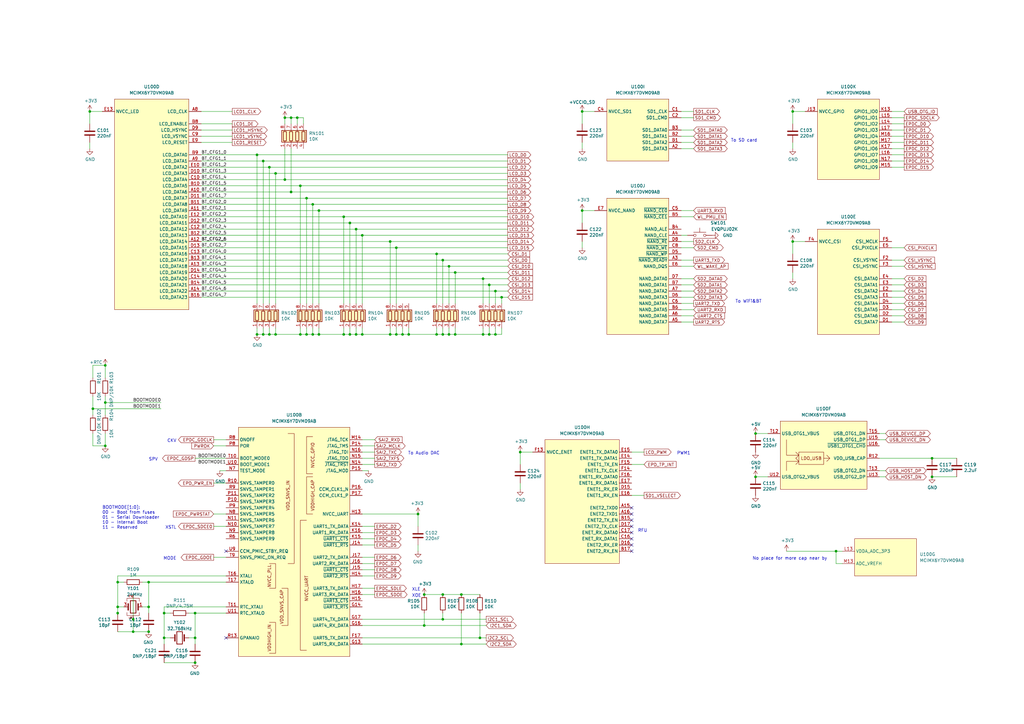
<source format=kicad_sch>
(kicad_sch (version 20210621) (generator eeschema)
  (paper "A3")
  (title_block (title "NekoInk Mainboard") (date "2021-08-21") (rev "R0.1") (company "Copyright 2021 Wenting Zhang") (comment 2 "MERCHANTABILITY, SATISFACTORY QUALITY AND FITNESS FOR A PARTICULAR PURPOSE.") (comment 3 "This source is distributed WITHOUT ANY EXPRESS OR IMPLIED WARRANTY, INCLUDING OF") (comment 4 "This source describes Open Hardware and is licensed under the CERN-OHL-P v2."))
  (lib_symbols
    (symbol "Device:C" (pin_numbers hide) (pin_names (offset 0.254))
      (property "Reference" "C" (at 0.635 2.54 0))
      (property "Value" "C" (at 0.635 -2.54 0))
      (symbol "C_1_1"
        (pin passive line (at 0 3.81 270) (length 2.794) (name "~") (number "1"))
        (pin passive line (at 0 -3.81 90) (length 2.794) (name "~") (number "2"))
      )
    )
    (symbol "Device:Crystal" (pin_numbers hide) (pin_names (offset 1.016) hide)
      (property "Reference" "Y" (at 0 3.81 0))
      (property "Value" "Crystal" (at 0 -3.81 0))
      (symbol "Crystal_1_1"
        (pin passive line (at -3.81 0 0) (length 1.27) (name "1") (number "1"))
        (pin passive line (at 3.81 0 180) (length 1.27) (name "2") (number "2"))
      )
    )
    (symbol "Device:Crystal_GND24" (pin_names (offset 1.016) hide)
      (property "Reference" "Y" (at 3.175 5.08 0))
      (property "Value" "Crystal_GND24" (at 3.175 3.175 0))
      (symbol "Crystal_GND24_1_1"
        (pin passive line (at -3.81 0 0) (length 1.27) (name "1") (number "1"))
        (pin passive line (at 0 5.08 270) (length 1.27) (name "2") (number "2"))
        (pin passive line (at 3.81 0 180) (length 1.27) (name "3") (number "3"))
        (pin passive line (at 0 -5.08 90) (length 1.27) (name "4") (number "4"))
      )
    )
    (symbol "Device:R" (pin_numbers hide) (pin_names (offset 0))
      (property "Reference" "R" (at 2.032 0 90))
      (property "Value" "R" (at 0 0 90))
      (symbol "R_1_1"
        (pin passive line (at 0 3.81 270) (length 1.27) (name "~") (number "1"))
        (pin passive line (at 0 -3.81 90) (length 1.27) (name "~") (number "2"))
      )
    )
    (symbol "Device:R_Pack04" (pin_names (offset 0) hide)
      (property "Reference" "RN" (at -7.62 0 90))
      (property "Value" "R_Pack04" (at 5.08 0 90))
      (symbol "R_Pack04_1_1"
        (pin passive line (at -5.08 -5.08 90) (length 2.54) (name "R1.1") (number "1"))
        (pin passive line (at -2.54 -5.08 90) (length 2.54) (name "R2.1") (number "2"))
        (pin passive line (at 0 -5.08 90) (length 2.54) (name "R3.1") (number "3"))
        (pin passive line (at 2.54 -5.08 90) (length 2.54) (name "R4.1") (number "4"))
        (pin passive line (at 2.54 5.08 270) (length 2.54) (name "R4.2") (number "5"))
        (pin passive line (at 0 5.08 270) (length 2.54) (name "R3.2") (number "6"))
        (pin passive line (at -2.54 5.08 270) (length 2.54) (name "R2.2") (number "7"))
        (pin passive line (at -5.08 5.08 270) (length 2.54) (name "R1.2") (number "8"))
      )
    )
    (symbol "Switch:SW_Push" (pin_numbers hide) (pin_names (offset 1.016) hide)
      (property "Reference" "SW" (at 1.27 2.54 0))
      (property "Value" "SW_Push" (at 0 -1.524 0))
      (symbol "SW_Push_0_1"
        (pin passive line (at -5.08 0 0) (length 2.54) (name "1") (number "1"))
        (pin passive line (at 5.08 0 180) (length 2.54) (name "2") (number "2"))
      )
    )
    (symbol "power:+3V3" (power) (pin_names (offset 0))
      (property "Value" "+3V3" (at 0 3.556 0))
      (symbol "+3V3_1_1"
        (pin power_in line (at 0 0 90) (length 0) hide (name "+3V3") (number "1"))
      )
    )
    (symbol "power:+5V" (power) (pin_names (offset 0))
      (property "Value" "+5V" (at 0 3.556 0))
      (symbol "+5V_1_1"
        (pin power_in line (at 0 0 90) (length 0) hide (name "+5V") (number "1"))
      )
    )
    (symbol "power:GND" (power) (pin_names (offset 0))
      (property "Value" "GND" (at 0 -3.81 0))
      (symbol "GND_1_1"
        (pin power_in line (at 0 0 270) (length 0) hide (name "GND") (number "1"))
      )
    )
    (symbol "symbols:+RTC" (power) (pin_names (offset 0))
      (property "Value" "+RTC" (at 0 3.556 0))
      (symbol "+RTC_1_1"
        (pin power_in line (at 0 0 90) (length 0) hide (name "+RTC") (number "1"))
      )
    )
    (symbol "symbols:+VCCIO_SD" (power) (pin_names (offset 0))
      (property "Value" "+VCCIO_SD" (at 0 3.556 0))
      (symbol "+VCCIO_SD_1_1"
        (pin power_in line (at 0 0 90) (length 0) hide (name "+VCCIO_SD") (number "1"))
      )
    )
    (symbol "symbols:MCIMX6Y7DVM09AB"
      (property "Reference" "U" (at 0 0 0))
      (property "Value" "MCIMX6Y7DVM09AB" (at 0 -2.54 0))
      (symbol "MCIMX6Y7DVM09AB_1_1"
        (pin power_in line (at -33.02 -73.66 0) (length 5.08) (name "VSS") (number "A1"))
        (pin power_in line (at -33.02 -76.2 0) (length 5.08) (name "VSS") (number "A17"))
        (pin power_in line (at -33.02 -83.82 0) (length 5.08) (name "VSS") (number "C11"))
        (pin power_in line (at -33.02 -86.36 0) (length 5.08) (name "VSS") (number "C15"))
        (pin power_in line (at -33.02 -78.74 0) (length 5.08) (name "VSS") (number "C3"))
        (pin power_in line (at -33.02 -81.28 0) (length 5.08) (name "VSS") (number "C7"))
        (pin power_in line (at -33.02 -91.44 0) (length 5.08) (name "VSS") (number "E11"))
        (pin power_in line (at -33.02 -88.9 0) (length 5.08) (name "VSS") (number "E8"))
        (pin power_in line (at -33.02 -104.14 0) (length 5.08) (name "VSS") (number "F10"))
        (pin power_in line (at -33.02 -106.68 0) (length 5.08) (name "VSS") (number "F11"))
        (pin power_in line (at -33.02 -109.22 0) (length 5.08) (name "VSS") (number "F12"))
        (pin power_in line (at -33.02 -93.98 0) (length 5.08) (name "VSS") (number "F6"))
        (pin power_in line (at -33.02 -96.52 0) (length 5.08) (name "VSS") (number "F7"))
        (pin power_in line (at -33.02 -99.06 0) (length 5.08) (name "VSS") (number "F8"))
        (pin power_in line (at -33.02 -101.6 0) (length 5.08) (name "VSS") (number "F9"))
        (pin power_out line (at 33.02 -12.7 180) (length 5.08) (name "VDD_ARM_CAP") (number "G10"))
        (pin power_out line (at 33.02 -15.24 180) (length 5.08) (name "VDD_ARM_CAP") (number "G11"))
        (pin power_in line (at -33.02 -119.38 0) (length 5.08) (name "VSS") (number "G12"))
        (pin power_in line (at -33.02 -121.92 0) (length 5.08) (name "VSS") (number "G15"))
        (pin power_in line (at -33.02 -111.76 0) (length 5.08) (name "VSS") (number "G3"))
        (pin power_in line (at -33.02 -114.3 0) (length 5.08) (name "VSS") (number "G5"))
        (pin power_in line (at -33.02 -116.84 0) (length 5.08) (name "VSS") (number "G7"))
        (pin power_out line (at 33.02 -22.86 180) (length 5.08) (name "VDD_SOC_CAP") (number "G8"))
        (pin power_out line (at 33.02 -10.16 180) (length 5.08) (name "VDD_ARM_CAP") (number "G9"))
        (pin power_in line (at -33.02 -25.4 0) (length 5.08) (name "VDD_SOC_IN") (number "H10"))
        (pin power_out line (at 33.02 -17.78 180) (length 5.08) (name "VDD_ARM_CAP") (number "H11"))
        (pin power_in line (at -33.02 -127 0) (length 5.08) (name "VSS") (number "H12"))
        (pin power_in line (at -33.02 -124.46 0) (length 5.08) (name "VSS") (number "H7"))
        (pin power_out line (at 33.02 -25.4 180) (length 5.08) (name "VDD_SOC_CAP") (number "H8"))
        (pin power_in line (at -33.02 -22.86 0) (length 5.08) (name "VDD_SOC_IN") (number "H9"))
        (pin power_in line (at -33.02 -30.48 0) (length 5.08) (name "VDD_SOC_IN") (number "J10"))
        (pin power_out line (at 33.02 -30.48 180) (length 5.08) (name "VDD_SOC_CAP") (number "J11"))
        (pin power_out line (at 33.02 -127 180) (length 5.08) (name "VSS") (number "J12"))
        (pin power_in line (at -33.02 -129.54 0) (length 5.08) (name "VSS") (number "J5"))
        (pin power_out line (at 33.02 -129.54 180) (length 5.08) (name "VSS") (number "J7"))
        (pin power_out line (at 33.02 -27.94 180) (length 5.08) (name "VDD_SOC_CAP") (number "J8"))
        (pin power_in line (at -33.02 -27.94 0) (length 5.08) (name "VDD_SOC_IN") (number "J9"))
        (pin power_in line (at -33.02 -35.56 0) (length 5.08) (name "VDD_SOC_IN") (number "K10"))
        (pin power_out line (at 33.02 -35.56 180) (length 5.08) (name "VDD_SOC_CAP") (number "K11"))
        (pin power_out line (at 33.02 -121.92 180) (length 5.08) (name "VSS") (number "K12"))
        (pin power_out line (at 33.02 -124.46 180) (length 5.08) (name "VSS") (number "K7"))
        (pin power_out line (at 33.02 -33.02 180) (length 5.08) (name "VDD_SOC_CAP") (number "K8"))
        (pin power_in line (at -33.02 -33.02 0) (length 5.08) (name "VDD_SOC_IN") (number "K9"))
        (pin power_out line (at 33.02 -43.18 180) (length 5.08) (name "VDD_SOC_CAP") (number "L10"))
        (pin power_out line (at 33.02 -45.72 180) (length 5.08) (name "VDD_SOC_CAP") (number "L11"))
        (pin power_out line (at 33.02 -114.3 180) (length 5.08) (name "VSS") (number "L12"))
        (pin power_out line (at 33.02 -119.38 180) (length 5.08) (name "VSS") (number "L3"))
        (pin power_out line (at 33.02 -116.84 180) (length 5.08) (name "VSS") (number "L7"))
        (pin power_out line (at 33.02 -38.1 180) (length 5.08) (name "VDD_SOC_CAP") (number "L8"))
        (pin power_out line (at 33.02 -40.64 180) (length 5.08) (name "VDD_SOC_CAP") (number "L9"))
        (pin power_out line (at 33.02 -104.14 180) (length 5.08) (name "VSS") (number "M10"))
        (pin power_out line (at 33.02 -101.6 180) (length 5.08) (name "VSS") (number "M11"))
        (pin power_in line (at -33.02 -71.12 0) (length 5.08) (name "NGND_KEL0") (number "M12"))
        (pin power_out line (at 33.02 -111.76 180) (length 5.08) (name "VSS") (number "M7"))
        (pin power_out line (at 33.02 -109.22 180) (length 5.08) (name "VSS") (number "M8"))
        (pin power_out line (at 33.02 -106.68 180) (length 5.08) (name "VSS") (number "M9"))
        (pin power_out line (at 33.02 -66.04 180) (length 5.08) (name "VDD_SNVS_CAP") (number "N12"))
        (pin power_in line (at -33.02 -50.8 0) (length 5.08) (name "VDD_HIGH_IN") (number "N13"))
        (pin power_out line (at 33.02 -99.06 180) (length 5.08) (name "VSS") (number "N3"))
        (pin power_out line (at 33.02 -96.52 180) (length 5.08) (name "VSS") (number "N5"))
        (pin power_in line (at -33.02 -66.04 0) (length 5.08) (name "VDD_SNVS_IN") (number "P12"))
        (pin power_out line (at 33.02 -58.42 180) (length 5.08) (name "NVCC_PLL") (number "P13"))
        (pin power_out line (at 33.02 -86.36 180) (length 5.08) (name "VSS") (number "R11"))
        (pin power_out line (at 33.02 -50.8 180) (length 5.08) (name "VDD_HIGH_CAP") (number "R14"))
        (pin power_out line (at 33.02 -53.34 180) (length 5.08) (name "VDD_HIGH_CAP") (number "R15"))
        (pin power_out line (at 33.02 -83.82 180) (length 5.08) (name "VSS") (number "R16"))
        (pin power_out line (at 33.02 -81.28 180) (length 5.08) (name "VSS") (number "R17"))
        (pin power_out line (at 33.02 -93.98 180) (length 5.08) (name "VSS") (number "R3"))
        (pin power_out line (at 33.02 -91.44 180) (length 5.08) (name "VSS") (number "R5"))
        (pin power_out line (at 33.02 -88.9 180) (length 5.08) (name "VSS") (number "R7"))
        (pin power_out line (at 33.02 -78.74 180) (length 5.08) (name "VSS") (number "T14"))
        (pin power_out line (at 33.02 -76.2 180) (length 5.08) (name "VSS") (number "U1"))
        (pin power_out line (at 33.02 -73.66 180) (length 5.08) (name "VSS") (number "U14"))
        (pin power_out line (at 33.02 -71.12 180) (length 5.08) (name "VSS") (number "U17"))
      )
      (symbol "MCIMX6Y7DVM09AB_2_1"
        (text "NVCC_GPIO" (at 7.62 -16.51 900) (effects (font (size 1.27 1.27))))
        (text "NVCC_PLL" (at -10.16 -66.04 900) (effects (font (size 1.27 1.27))))
        (text "NVCC_UART" (at 5.08 -71.12 900) (effects (font (size 1.27 1.27))))
        (text "VDD_SNVS_CAP" (at -5.08 -78.74 900) (effects (font (size 1.27 1.27))))
        (text "VDD_SNVS_IN" (at -2.54 -33.02 900) (effects (font (size 1.27 1.27))))
        (text "VDDHIGH_CAP" (at 7.62 -33.02 900) (effects (font (size 1.27 1.27))))
        (text "VDDHIGH_IN" (at -10.16 -91.44 900) (effects (font (size 1.27 1.27))))
        (pin output line (at 27.94 -91.44 180) (length 5.08) (name "UART5_TX_DATA") (number "F17"))
        (pin input line (at 27.94 -93.98 180) (length 5.08) (name "UART5_RX_DATA") (number "G13"))
        (pin output line (at 27.94 -76.2 180) (length 5.08) (name "~{UART3_RTS}") (number "G14"))
        (pin input line (at 27.94 -86.36 180) (length 5.08) (name "UART4_RX_DATA") (number "G16"))
        (pin output line (at 27.94 -83.82 180) (length 5.08) (name "UART4_TX_DATA") (number "G17"))
        (pin power_in line (at 27.94 -40.64 180) (length 5.08) (name "NVCC_UART") (number "H13"))
        (pin output line (at 27.94 -63.5 180) (length 5.08) (name "~{UART2_RTS}") (number "H14"))
        (pin output line (at 27.94 -78.74 180) (length 5.08) (name "~{UART3_CTS}") (number "H15"))
        (pin input line (at 27.94 -73.66 180) (length 5.08) (name "UART3_RX_DATA") (number "H16"))
        (pin output line (at 27.94 -71.12 180) (length 5.08) (name "UART3_TX_DATA") (number "H17"))
        (pin output line (at 27.94 -50.8 180) (length 5.08) (name "~{UART1_RTS}") (number "J14"))
        (pin output line (at 27.94 -66.04 180) (length 5.08) (name "~{UART1_CTS}") (number "J15"))
        (pin input line (at 27.94 -60.96 180) (length 5.08) (name "UART2_RX_DATA") (number "J16"))
        (pin output line (at 27.94 -58.42 180) (length 5.08) (name "UART2_TX_DATA") (number "J17"))
        (pin output line (at 27.94 -45.72 180) (length 5.08) (name "UART1_TX_DATA") (number "K14"))
        (pin output line (at 27.94 -53.34 180) (length 5.08) (name "~{UART1_CTS}") (number "K15"))
        (pin input line (at 27.94 -48.26 180) (length 5.08) (name "UART1_RX_DATA") (number "K16"))
        (pin input line (at 27.94 -10.16 180) (length 5.08) (name "JTAG_TCK") (number "M14"))
        (pin input line (at -27.94 -45.72 0) (length 5.08) (name "SNVS_TAMPER7") (number "N10"))
        (pin input line (at -27.94 -43.18 0) (length 5.08) (name "SNVS_TAMPER6") (number "N11"))
        (pin input line (at 27.94 -20.32 180) (length 5.08) (name "~{JTAG_TRST}") (number "N14"))
        (pin output line (at 27.94 -17.78 180) (length 5.08) (name "JTAG_TDO") (number "N15"))
        (pin input line (at 27.94 -15.24 180) (length 5.08) (name "JTAG_TDI") (number "N16"))
        (pin input line (at -27.94 -22.86 0) (length 5.08) (name "TEST_MODE") (number "N7"))
        (pin input line (at -27.94 -40.64 0) (length 5.08) (name "SNVS_TAMPER5") (number "N8"))
        (pin input line (at -27.94 -48.26 0) (length 5.08) (name "SNVS_TAMPER8") (number "N9"))
        (pin input line (at -27.94 -35.56 0) (length 5.08) (name "SNVS_TAMPER3") (number "P10"))
        (pin input line (at -27.94 -33.02 0) (length 5.08) (name "SNVS_TAMPER2") (number "P11"))
        (pin input line (at 27.94 -12.7 180) (length 5.08) (name "JTAG_TMS") (number "P14"))
        (pin input line (at 27.94 -22.86 180) (length 5.08) (name "JTAG_MOD") (number "P15"))
        (pin output line (at 27.94 -30.48 180) (length 5.08) (name "CCM_CLK1_N") (number "P16"))
        (pin output line (at 27.94 -33.02 180) (length 5.08) (name "CCM_CLK1_P") (number "P17"))
        (pin input line (at -27.94 -12.7 0) (length 5.08) (name "POR") (number "P8"))
        (pin input line (at -27.94 -38.1 0) (length 5.08) (name "SNVS_TAMPER4") (number "P9"))
        (pin input line (at -27.94 -27.94 0) (length 5.08) (name "SNVS_TAMPER0") (number "R10"))
        (pin input line (at -27.94 -91.44 0) (length 5.08) (name "GPANAIO") (number "R13"))
        (pin input line (at -27.94 -50.8 0) (length 5.08) (name "SNVS_TAMPER9") (number "R6"))
        (pin input line (at -27.94 -10.16 0) (length 5.08) (name "ONOFF") (number "R8"))
        (pin input line (at -27.94 -30.48 0) (length 5.08) (name "SNVS_TAMPER1") (number "R9"))
        (pin input line (at -27.94 -17.78 0) (length 5.08) (name "BOOT_MODE0") (number "T10"))
        (pin input line (at -27.94 -78.74 0) (length 5.08) (name "RTC_XTALI") (number "T11"))
        (pin input line (at -27.94 -66.04 0) (length 5.08) (name "XTALI") (number "T16"))
        (pin output line (at -27.94 -68.58 0) (length 5.08) (name "XTALO") (number "T17"))
        (pin input line (at -27.94 -58.42 0) (length 5.08) (name "SNVS_PMIC_ON_REQ") (number "T9"))
        (pin input line (at -27.94 -20.32 0) (length 5.08) (name "BOOT_MODE1") (number "U10"))
        (pin output line (at -27.94 -81.28 0) (length 5.08) (name "RTC_XTALO") (number "U11"))
        (pin input line (at -27.94 -55.88 0) (length 5.08) (name "CCM_PMIC_STBY_REQ") (number "U9"))
      )
      (symbol "MCIMX6Y7DVM09AB_3_1"
        (pin output line (at 20.32 -71.12 180) (length 5.08) (name "DRAM_ODT1") (number "F1"))
        (pin output line (at -20.32 -45.72 0) (length 5.08) (name "DRAM_ADDR14") (number "G1"))
        (pin output line (at -20.32 -25.4 0) (length 5.08) (name "DRAM_ADDR6") (number "G2"))
        (pin output line (at -20.32 -88.9 0) (length 5.08) (name "DRAM_RESET") (number "G4"))
        (pin power_in line (at 20.32 -88.9 180) (length 5.08) (name "NVCC_DRAM") (number "G6"))
        (pin output line (at -20.32 -55.88 0) (length 5.08) (name "DRAM_SDBA1") (number "H1"))
        (pin output line (at -20.32 -12.7 0) (length 5.08) (name "DRAM_ADDR1") (number "H2"))
        (pin output line (at -20.32 -43.18 0) (length 5.08) (name "DRAM_ADDR13") (number "H3"))
        (pin output line (at -20.32 -27.94 0) (length 5.08) (name "DRAM_ADDR7") (number "H4"))
        (pin output line (at -20.32 -66.04 0) (length 5.08) (name "~{DRAM_CS1}") (number "H5"))
        (pin power_in line (at 20.32 -91.44 180) (length 5.08) (name "NVCC_DRAM") (number "H6"))
        (pin output line (at -20.32 -76.2 0) (length 5.08) (name "~{DRAM_SDWE}") (number "J1"))
        (pin output line (at -20.32 -73.66 0) (length 5.08) (name "~{DRAM_CAS}") (number "J2"))
        (pin output line (at 20.32 -78.74 180) (length 5.08) (name "DRAM_SDCKE1") (number "J3"))
        (pin output line (at -20.32 -30.48 0) (length 5.08) (name "DRAM_ADDR8") (number "J4"))
        (pin power_in line (at 20.32 -93.98 180) (length 5.08) (name "NVCC_DRAM") (number "J6"))
        (pin output line (at -20.32 -15.24 0) (length 5.08) (name "DRAM_ADDR2") (number "K1"))
        (pin output line (at -20.32 -58.42 0) (length 5.08) (name "DRAM_SDBA2") (number "K2"))
        (pin output line (at -20.32 -38.1 0) (length 5.08) (name "DRAM_ADDR11") (number "K3"))
        (pin output line (at -20.32 -20.32 0) (length 5.08) (name "DRAM_ADDR4") (number "K4"))
        (pin output line (at -20.32 -48.26 0) (length 5.08) (name "DRAM_ADDR15") (number "K5"))
        (pin power_in line (at 20.32 -96.52 180) (length 5.08) (name "NVCC_DRAM") (number "K6"))
        (pin output line (at -20.32 -22.86 0) (length 5.08) (name "DRAM_ADDR5") (number "L1"))
        (pin output line (at -20.32 -33.02 0) (length 5.08) (name "DRAM_ADDR9") (number "L2"))
        (pin output line (at -20.32 -40.64 0) (length 5.08) (name "DRAM_ADDR12") (number "L4"))
        (pin output line (at -20.32 -10.16 0) (length 5.08) (name "DRAM_ADDR0") (number "L5"))
        (pin power_in line (at 20.32 -99.06 180) (length 5.08) (name "NVCC_DRAM") (number "L6"))
        (pin output line (at -20.32 -53.34 0) (length 5.08) (name "DRAM_SDBA0") (number "M1"))
        (pin output line (at -20.32 -17.78 0) (length 5.08) (name "DRAM_ADDR3") (number "M2"))
        (pin output line (at 20.32 -81.28 180) (length 5.08) (name "DRAM_SDCKE0") (number "M3"))
        (pin output line (at -20.32 -35.56 0) (length 5.08) (name "DRAM_ADDR10") (number "M4"))
        (pin output line (at -20.32 -71.12 0) (length 5.08) (name "~{DRAM_RAS}") (number "M5"))
        (pin power_in line (at 20.32 -101.6 180) (length 5.08) (name "NVCC_DRAM") (number "M6"))
        (pin output line (at 20.32 -73.66 180) (length 5.08) (name "DRAM_ODT0") (number "N1"))
        (pin output line (at -20.32 -63.5 0) (length 5.08) (name "~{DRAM_CS0}") (number "N2"))
        (pin output line (at -20.32 -93.98 0) (length 5.08) (name "DRAM_ZQPAD") (number "N4"))
        (pin power_in line (at -20.32 -99.06 0) (length 5.08) (name "NVCC_DRAM_2P5") (number "N6"))
        (pin output line (at -20.32 -81.28 0) (length 5.08) (name "DRAM_SDCLK0_P") (number "P1"))
        (pin output line (at -20.32 -83.82 0) (length 5.08) (name "DRAM_SDCLK0_N") (number "P2"))
        (pin bidirectional line (at 20.32 -53.34 180) (length 5.08) (name "DRAM_DATA13") (number "P3"))
        (pin power_in line (at -20.32 -101.6 0) (length 5.08) (name "DRAM_VREF") (number "P4"))
        (pin bidirectional line (at 20.32 -50.8 180) (length 5.08) (name "DRAM_DATA12") (number "P5"))
        (pin output line (at 20.32 -30.48 180) (length 5.08) (name "DRAM_SDQS0_P") (number "P6"))
        (pin output line (at 20.32 -33.02 180) (length 5.08) (name "DRAM_SDQS0_N") (number "P7"))
        (pin bidirectional line (at 20.32 -58.42 180) (length 5.08) (name "DRAM_DATA15") (number "R1"))
        (pin bidirectional line (at 20.32 -55.88 180) (length 5.08) (name "DRAM_DATA14") (number "R2"))
        (pin bidirectional line (at 20.32 -48.26 180) (length 5.08) (name "DRAM_DATA11") (number "R4"))
        (pin output line (at 20.32 -60.96 180) (length 5.08) (name "DRAM_SDQS1_P") (number "T1"))
        (pin output line (at 20.32 -63.5 180) (length 5.08) (name "DRAM_SDQS1_N") (number "T2"))
        (pin output line (at 20.32 -66.04 180) (length 5.08) (name "DRAM_DQM1") (number "T3"))
        (pin bidirectional line (at 20.32 -10.16 180) (length 5.08) (name "DRAM_DATA0") (number "T4"))
        (pin bidirectional line (at 20.32 -25.4 180) (length 5.08) (name "DRAM_DATA6") (number "T5"))
        (pin bidirectional line (at 20.32 -15.24 180) (length 5.08) (name "DRAM_DATA2") (number "T6"))
        (pin output line (at 20.32 -35.56 180) (length 5.08) (name "DRAM_DQM0") (number "T7"))
        (pin bidirectional line (at 20.32 -22.86 180) (length 5.08) (name "DRAM_DATA5") (number "T8"))
        (pin bidirectional line (at 20.32 -40.64 180) (length 5.08) (name "DRAM_DATA8") (number "U2"))
        (pin bidirectional line (at 20.32 -43.18 180) (length 5.08) (name "DRAM_DATA9") (number "U3"))
        (pin bidirectional line (at 20.32 -27.94 180) (length 5.08) (name "DRAM_DATA7") (number "U4"))
        (pin bidirectional line (at 20.32 -45.72 180) (length 5.08) (name "DRAM_DATA10") (number "U5"))
        (pin bidirectional line (at 20.32 -12.7 180) (length 5.08) (name "DRAM_DATA1") (number "U6"))
        (pin bidirectional line (at 20.32 -17.78 180) (length 5.08) (name "DRAM_DATA3") (number "U7"))
        (pin bidirectional line (at 20.32 -20.32 180) (length 5.08) (name "DRAM_DATA4") (number "U8"))
      )
      (symbol "MCIMX6Y7DVM09AB_4_1"
        (pin bidirectional line (at 20.32 -43.18 180) (length 5.08) (name "LCD_DATA6") (number "A10"))
        (pin bidirectional line (at 20.32 -50.8 180) (length 5.08) (name "LCD_DATA9") (number "A11"))
        (pin bidirectional line (at 20.32 -63.5 180) (length 5.08) (name "LCD_DATA14") (number "A12"))
        (pin bidirectional line (at 20.32 -73.66 180) (length 5.08) (name "LCD_DATA18") (number "A13"))
        (pin bidirectional line (at 20.32 -83.82 180) (length 5.08) (name "LCD_DATA22") (number "A14"))
        (pin bidirectional line (at 20.32 -10.16 180) (length 5.08) (name "LCD_CLK") (number "A8"))
        (pin bidirectional line (at 20.32 -30.48 180) (length 5.08) (name "LCD_DATA1") (number "A9"))
        (pin bidirectional line (at 20.32 -40.64 180) (length 5.08) (name "LCD_DATA5") (number "B10"))
        (pin bidirectional line (at 20.32 -48.26 180) (length 5.08) (name "LCD_DATA8") (number "B11"))
        (pin bidirectional line (at 20.32 -60.96 180) (length 5.08) (name "LCD_DATA13") (number "B12"))
        (pin bidirectional line (at 20.32 -71.12 180) (length 5.08) (name "LCD_DATA17") (number "B13"))
        (pin bidirectional line (at 20.32 -81.28 180) (length 5.08) (name "LCD_DATA21") (number "B14"))
        (pin bidirectional line (at 20.32 -86.36 180) (length 5.08) (name "LCD_DATA23") (number "B16"))
        (pin bidirectional line (at 20.32 -15.24 180) (length 5.08) (name "LCD_ENABLE") (number "B8"))
        (pin bidirectional line (at 20.32 -27.94 180) (length 5.08) (name "LCD_DATA0") (number "B9"))
        (pin bidirectional line (at 20.32 -38.1 180) (length 5.08) (name "LCD_DATA4") (number "C10"))
        (pin bidirectional line (at 20.32 -58.42 180) (length 5.08) (name "LCD_DATA12") (number "C12"))
        (pin bidirectional line (at 20.32 -68.58 180) (length 5.08) (name "LCD_DATA16") (number "C13"))
        (pin bidirectional line (at 20.32 -78.74 180) (length 5.08) (name "LCD_DATA20") (number "C14"))
        (pin bidirectional line (at 20.32 -20.32 180) (length 5.08) (name "LCD_VSYNC") (number "C9"))
        (pin bidirectional line (at 20.32 -35.56 180) (length 5.08) (name "LCD_DATA3") (number "D10"))
        (pin bidirectional line (at 20.32 -45.72 180) (length 5.08) (name "LCD_DATA7") (number "D11"))
        (pin bidirectional line (at 20.32 -55.88 180) (length 5.08) (name "LCD_DATA11") (number "D12"))
        (pin bidirectional line (at 20.32 -66.04 180) (length 5.08) (name "LCD_DATA15") (number "D13"))
        (pin bidirectional line (at 20.32 -76.2 180) (length 5.08) (name "LCD_DATA19") (number "D14"))
        (pin bidirectional line (at 20.32 -17.78 180) (length 5.08) (name "LCD_HSYNC") (number "D9"))
        (pin bidirectional line (at 20.32 -33.02 180) (length 5.08) (name "LCD_DATA2") (number "E10"))
        (pin bidirectional line (at 20.32 -53.34 180) (length 5.08) (name "LCD_DATA10") (number "E12"))
        (pin power_in line (at -20.32 -10.16 0) (length 5.08) (name "NVCC_LED") (number "E13"))
        (pin bidirectional line (at 20.32 -22.86 180) (length 5.08) (name "LCD_RESET") (number "E9"))
      )
      (symbol "MCIMX6Y7DVM09AB_5_1"
        (pin bidirectional line (at 17.78 -43.18 180) (length 5.08) (name "CSI_DATA7") (number "D1"))
        (pin bidirectional line (at 17.78 -40.64 180) (length 5.08) (name "CSI_DATA6") (number "D2"))
        (pin bidirectional line (at 17.78 -38.1 180) (length 5.08) (name "CSI_DATA5") (number "D3"))
        (pin bidirectional line (at 17.78 -35.56 180) (length 5.08) (name "CSI_DATA4") (number "D4"))
        (pin bidirectional line (at 17.78 -33.02 180) (length 5.08) (name "CSI_DATA3") (number "E1"))
        (pin bidirectional line (at 17.78 -30.48 180) (length 5.08) (name "CSI_DATA2") (number "E2"))
        (pin bidirectional line (at 17.78 -27.94 180) (length 5.08) (name "CSI_DATA1") (number "E3"))
        (pin bidirectional line (at 17.78 -25.4 180) (length 5.08) (name "CSI_DATA0") (number "E4"))
        (pin bidirectional line (at 17.78 -12.7 180) (length 5.08) (name "CSI_PIXCLK") (number "E5"))
        (pin bidirectional line (at 17.78 -17.78 180) (length 5.08) (name "CSI_VSYNC") (number "F2"))
        (pin bidirectional line (at 17.78 -20.32 180) (length 5.08) (name "CSI_HSYNC") (number "F3"))
        (pin power_in line (at -17.78 -10.16 0) (length 5.08) (name "NVCC_CSI") (number "F4"))
        (pin bidirectional line (at 17.78 -10.16 180) (length 5.08) (name "CSI_MCLK") (number "F5"))
      )
      (symbol "MCIMX6Y7DVM09AB_6_1"
        (text "LDO_USB" (at -5.08 -20.32 0) (effects (font (size 1.27 1.27))))
        (pin bidirectional line (at 22.86 -20.32 180) (length 5.08) (name "VDD_USB_CAP") (number "R12"))
        (pin power_in line (at -22.86 -10.16 0) (length 5.08) (name "USB_OTG1_VBUS") (number "T12"))
        (pin bidirectional line (at 22.86 -25.4 180) (length 5.08) (name "USB_OTG2_DN") (number "T13"))
        (pin bidirectional line (at 22.86 -10.16 180) (length 5.08) (name "USB_OTG1_DN") (number "T15"))
        (pin power_in line (at -22.86 -27.94 0) (length 5.08) (name "USB_OTG2_VBUS") (number "U12"))
        (pin bidirectional line (at 22.86 -27.94 180) (length 5.08) (name "USB_OTG2_DP") (number "U13"))
        (pin bidirectional line (at 22.86 -12.7 180) (length 5.08) (name "USB_OTG1_DP") (number "U15"))
        (pin bidirectional line (at 22.86 -15.24 180) (length 5.08) (name "~{USB1_OTG1_CHD}") (number "U16"))
      )
      (symbol "MCIMX6Y7DVM09AB_7_1"
        (pin power_in line (at -17.78 -10.16 0) (length 5.08) (name "VDDA_ADC_3P3") (number "L13"))
        (pin power_in line (at -17.78 -15.24 0) (length 5.08) (name "ADC_VREFH") (number "M13"))
      )
      (symbol "MCIMX6Y7DVM09AB_8_1"
        (pin bidirectional line (at 20.32 -33.02 180) (length 5.08) (name "ENET2_TXD0") (number "A15"))
        (pin bidirectional line (at 20.32 -35.56 180) (length 5.08) (name "ENET2_TXD1") (number "A16"))
        (pin bidirectional line (at 20.32 -38.1 180) (length 5.08) (name "ENET2_TX_EN") (number "B15"))
        (pin bidirectional line (at 20.32 -50.8 180) (length 5.08) (name "ENET2_RX_EN") (number "B17"))
        (pin bidirectional line (at 20.32 -45.72 180) (length 5.08) (name "ENET_RX_DATA1") (number "C16"))
        (pin bidirectional line (at 20.32 -43.18 180) (length 5.08) (name "ENET_RX_DATA0") (number "C17"))
        (pin bidirectional line (at 20.32 -25.4 180) (length 5.08) (name "ENET1_RX_ER") (number "D15"))
        (pin bidirectional line (at 20.32 -48.26 180) (length 5.08) (name "ENET2_RX_ER") (number "D16"))
        (pin bidirectional line (at 20.32 -40.64 180) (length 5.08) (name "ENET2_TX_CLK") (number "D17"))
        (pin bidirectional line (at 20.32 -12.7 180) (length 5.08) (name "ENET1_TX_DATA1") (number "E14"))
        (pin bidirectional line (at 20.32 -10.16 180) (length 5.08) (name "ENET1_TX_DATA0") (number "E15"))
        (pin bidirectional line (at 20.32 -27.94 180) (length 5.08) (name "ENET1_CRS_DV") (number "E16"))
        (pin bidirectional line (at 20.32 -22.86 180) (length 5.08) (name "ENET1_RX_DATA1") (number "E17"))
        (pin power_in line (at -20.32 -10.16 0) (length 5.08) (name "NVCC_ENET") (number "F13"))
        (pin bidirectional line (at 20.32 -17.78 180) (length 5.08) (name "ENET1_TX_CLK") (number "F14"))
        (pin bidirectional line (at 20.32 -15.24 180) (length 5.08) (name "ENET1_TX_EN") (number "F15"))
        (pin bidirectional line (at 20.32 -20.32 180) (length 5.08) (name "ENET1_RX_DATA0") (number "F16"))
      )
      (symbol "MCIMX6Y7DVM09AB_9_1"
        (pin bidirectional line (at 17.78 -25.4 180) (length 5.08) (name "SD1_DATA3") (number "A2"))
        (pin bidirectional line (at 17.78 -22.86 180) (length 5.08) (name "SD1_DATA2") (number "B1"))
        (pin bidirectional line (at 17.78 -20.32 180) (length 5.08) (name "SD1_DATA1") (number "B2"))
        (pin bidirectional line (at 17.78 -17.78 180) (length 5.08) (name "SD1_DATA0") (number "B3"))
        (pin bidirectional line (at 17.78 -10.16 180) (length 5.08) (name "SD1_CLK") (number "C1"))
        (pin bidirectional line (at 17.78 -12.7 180) (length 5.08) (name "SD1_CMD") (number "C2"))
        (pin power_in line (at -17.78 -10.16 0) (length 5.08) (name "NVCC_SD1") (number "C4"))
      )
      (symbol "MCIMX6Y7DVM09AB_10_1"
        (pin bidirectional line (at 17.78 -30.48 180) (length 5.08) (name "~{NAND_READY}") (number "A3"))
        (pin bidirectional line (at 17.78 -20.32 180) (length 5.08) (name "NAND_CLE") (number "A4"))
        (pin bidirectional line (at 17.78 -55.88 180) (length 5.08) (name "NAND_DATA7") (number "A5"))
        (pin bidirectional line (at 17.78 -53.34 180) (length 5.08) (name "NAND_DATA6") (number "A6"))
        (pin bidirectional line (at 17.78 -43.18 180) (length 5.08) (name "NAND_DATA2") (number "A7"))
        (pin bidirectional line (at 17.78 -17.78 180) (length 5.08) (name "NAND_ALE") (number "B4"))
        (pin bidirectional line (at 17.78 -12.7 180) (length 5.08) (name "~{NAND_CE1}") (number "B5"))
        (pin bidirectional line (at 17.78 -50.8 180) (length 5.08) (name "NAND_DATA5") (number "B6"))
        (pin bidirectional line (at 17.78 -40.64 180) (length 5.08) (name "NAND_DATA1") (number "B7"))
        (pin bidirectional line (at 17.78 -10.16 180) (length 5.08) (name "~{NAND_CE0}") (number "C5"))
        (pin bidirectional line (at 17.78 -48.26 180) (length 5.08) (name "NAND_DATA4") (number "C6"))
        (pin bidirectional line (at 17.78 -25.4 180) (length 5.08) (name "~{NAND_WE}") (number "C8"))
        (pin bidirectional line (at 17.78 -27.94 180) (length 5.08) (name "~{NAND_WP}") (number "D5"))
        (pin bidirectional line (at 17.78 -45.72 180) (length 5.08) (name "NAND_DATA3") (number "D6"))
        (pin bidirectional line (at 17.78 -38.1 180) (length 5.08) (name "NAND_DATA0") (number "D7"))
        (pin bidirectional line (at 17.78 -22.86 180) (length 5.08) (name "~{NAND_RE}") (number "D8"))
        (pin bidirectional line (at 17.78 -33.02 180) (length 5.08) (name "NAND_DQS") (number "E6"))
        (pin power_in line (at -17.78 -10.16 0) (length 5.08) (name "NVCC_NAND") (number "E7"))
      )
      (symbol "MCIMX6Y7DVM09AB_11_1"
        (pin power_in line (at -17.78 -10.16 0) (length 5.08) (name "NVCC_GPIO") (number "J13"))
        (pin bidirectional line (at 17.78 -10.16 180) (length 5.08) (name "GPIO1_IO0") (number "K13"))
        (pin bidirectional line (at 17.78 -25.4 180) (length 5.08) (name "GPIO1_IO6") (number "K17"))
        (pin bidirectional line (at 17.78 -15.24 180) (length 5.08) (name "GPIO1_IO2") (number "L14"))
        (pin bidirectional line (at 17.78 -12.7 180) (length 5.08) (name "GPIO1_IO1") (number "L15"))
        (pin bidirectional line (at 17.78 -27.94 180) (length 5.08) (name "GPIO1_IO7") (number "L16"))
        (pin bidirectional line (at 17.78 -17.78 180) (length 5.08) (name "GPIO1_IO3") (number "L17"))
        (pin bidirectional line (at 17.78 -33.02 180) (length 5.08) (name "GPIO1_IO9") (number "M15"))
        (pin bidirectional line (at 17.78 -20.32 180) (length 5.08) (name "GPIO1_IO4") (number "M16"))
        (pin bidirectional line (at 17.78 -22.86 180) (length 5.08) (name "GPIO1_IO5") (number "M17"))
        (pin bidirectional line (at 17.78 -30.48 180) (length 5.08) (name "GPIO1_IO8") (number "N17"))
      )
    )
    (symbol "symbols:MCIMX6Y7DVM09AB_1"
      (property "Reference" "U" (at 0 0 0))
      (property "Value" "MCIMX6Y7DVM09AB" (at 0 -2.54 0))
      (symbol "MCIMX6Y7DVM09AB_1_1_1"
        (pin power_in line (at -33.02 -73.66 0) (length 5.08) (name "VSS") (number "A1"))
        (pin power_in line (at -33.02 -76.2 0) (length 5.08) (name "VSS") (number "A17"))
        (pin power_in line (at -33.02 -83.82 0) (length 5.08) (name "VSS") (number "C11"))
        (pin power_in line (at -33.02 -86.36 0) (length 5.08) (name "VSS") (number "C15"))
        (pin power_in line (at -33.02 -78.74 0) (length 5.08) (name "VSS") (number "C3"))
        (pin power_in line (at -33.02 -81.28 0) (length 5.08) (name "VSS") (number "C7"))
        (pin power_in line (at -33.02 -91.44 0) (length 5.08) (name "VSS") (number "E11"))
        (pin power_in line (at -33.02 -88.9 0) (length 5.08) (name "VSS") (number "E8"))
        (pin power_in line (at -33.02 -104.14 0) (length 5.08) (name "VSS") (number "F10"))
        (pin power_in line (at -33.02 -106.68 0) (length 5.08) (name "VSS") (number "F11"))
        (pin power_in line (at -33.02 -109.22 0) (length 5.08) (name "VSS") (number "F12"))
        (pin power_in line (at -33.02 -93.98 0) (length 5.08) (name "VSS") (number "F6"))
        (pin power_in line (at -33.02 -96.52 0) (length 5.08) (name "VSS") (number "F7"))
        (pin power_in line (at -33.02 -99.06 0) (length 5.08) (name "VSS") (number "F8"))
        (pin power_in line (at -33.02 -101.6 0) (length 5.08) (name "VSS") (number "F9"))
        (pin power_out line (at 33.02 -12.7 180) (length 5.08) (name "VDD_ARM_CAP") (number "G10"))
        (pin power_out line (at 33.02 -15.24 180) (length 5.08) (name "VDD_ARM_CAP") (number "G11"))
        (pin power_in line (at -33.02 -119.38 0) (length 5.08) (name "VSS") (number "G12"))
        (pin power_in line (at -33.02 -121.92 0) (length 5.08) (name "VSS") (number "G15"))
        (pin power_in line (at -33.02 -111.76 0) (length 5.08) (name "VSS") (number "G3"))
        (pin power_in line (at -33.02 -114.3 0) (length 5.08) (name "VSS") (number "G5"))
        (pin power_in line (at -33.02 -116.84 0) (length 5.08) (name "VSS") (number "G7"))
        (pin power_out line (at 33.02 -22.86 180) (length 5.08) (name "VDD_SOC_CAP") (number "G8"))
        (pin power_out line (at 33.02 -10.16 180) (length 5.08) (name "VDD_ARM_CAP") (number "G9"))
        (pin power_in line (at -33.02 -25.4 0) (length 5.08) (name "VDD_SOC_IN") (number "H10"))
        (pin power_out line (at 33.02 -17.78 180) (length 5.08) (name "VDD_ARM_CAP") (number "H11"))
        (pin power_in line (at -33.02 -127 0) (length 5.08) (name "VSS") (number "H12"))
        (pin power_in line (at -33.02 -124.46 0) (length 5.08) (name "VSS") (number "H7"))
        (pin power_out line (at 33.02 -25.4 180) (length 5.08) (name "VDD_SOC_CAP") (number "H8"))
        (pin power_in line (at -33.02 -22.86 0) (length 5.08) (name "VDD_SOC_IN") (number "H9"))
        (pin power_in line (at -33.02 -30.48 0) (length 5.08) (name "VDD_SOC_IN") (number "J10"))
        (pin power_out line (at 33.02 -30.48 180) (length 5.08) (name "VDD_SOC_CAP") (number "J11"))
        (pin power_out line (at 33.02 -127 180) (length 5.08) (name "VSS") (number "J12"))
        (pin power_in line (at -33.02 -129.54 0) (length 5.08) (name "VSS") (number "J5"))
        (pin power_out line (at 33.02 -129.54 180) (length 5.08) (name "VSS") (number "J7"))
        (pin power_out line (at 33.02 -27.94 180) (length 5.08) (name "VDD_SOC_CAP") (number "J8"))
        (pin power_in line (at -33.02 -27.94 0) (length 5.08) (name "VDD_SOC_IN") (number "J9"))
        (pin power_in line (at -33.02 -35.56 0) (length 5.08) (name "VDD_SOC_IN") (number "K10"))
        (pin power_out line (at 33.02 -35.56 180) (length 5.08) (name "VDD_SOC_CAP") (number "K11"))
        (pin power_out line (at 33.02 -121.92 180) (length 5.08) (name "VSS") (number "K12"))
        (pin power_out line (at 33.02 -124.46 180) (length 5.08) (name "VSS") (number "K7"))
        (pin power_out line (at 33.02 -33.02 180) (length 5.08) (name "VDD_SOC_CAP") (number "K8"))
        (pin power_in line (at -33.02 -33.02 0) (length 5.08) (name "VDD_SOC_IN") (number "K9"))
        (pin power_out line (at 33.02 -43.18 180) (length 5.08) (name "VDD_SOC_CAP") (number "L10"))
        (pin power_out line (at 33.02 -45.72 180) (length 5.08) (name "VDD_SOC_CAP") (number "L11"))
        (pin power_out line (at 33.02 -114.3 180) (length 5.08) (name "VSS") (number "L12"))
        (pin power_out line (at 33.02 -119.38 180) (length 5.08) (name "VSS") (number "L3"))
        (pin power_out line (at 33.02 -116.84 180) (length 5.08) (name "VSS") (number "L7"))
        (pin power_out line (at 33.02 -38.1 180) (length 5.08) (name "VDD_SOC_CAP") (number "L8"))
        (pin power_out line (at 33.02 -40.64 180) (length 5.08) (name "VDD_SOC_CAP") (number "L9"))
        (pin power_out line (at 33.02 -104.14 180) (length 5.08) (name "VSS") (number "M10"))
        (pin power_out line (at 33.02 -101.6 180) (length 5.08) (name "VSS") (number "M11"))
        (pin power_in line (at -33.02 -71.12 0) (length 5.08) (name "NGND_KEL0") (number "M12"))
        (pin power_out line (at 33.02 -111.76 180) (length 5.08) (name "VSS") (number "M7"))
        (pin power_out line (at 33.02 -109.22 180) (length 5.08) (name "VSS") (number "M8"))
        (pin power_out line (at 33.02 -106.68 180) (length 5.08) (name "VSS") (number "M9"))
        (pin power_out line (at 33.02 -66.04 180) (length 5.08) (name "VDD_SNVS_CAP") (number "N12"))
        (pin power_in line (at -33.02 -50.8 0) (length 5.08) (name "VDD_HIGH_IN") (number "N13"))
        (pin power_out line (at 33.02 -99.06 180) (length 5.08) (name "VSS") (number "N3"))
        (pin power_out line (at 33.02 -96.52 180) (length 5.08) (name "VSS") (number "N5"))
        (pin power_in line (at -33.02 -66.04 0) (length 5.08) (name "VDD_SNVS_IN") (number "P12"))
        (pin power_out line (at 33.02 -58.42 180) (length 5.08) (name "NVCC_PLL") (number "P13"))
        (pin power_out line (at 33.02 -86.36 180) (length 5.08) (name "VSS") (number "R11"))
        (pin power_out line (at 33.02 -50.8 180) (length 5.08) (name "VDD_HIGH_CAP") (number "R14"))
        (pin power_out line (at 33.02 -53.34 180) (length 5.08) (name "VDD_HIGH_CAP") (number "R15"))
        (pin power_out line (at 33.02 -83.82 180) (length 5.08) (name "VSS") (number "R16"))
        (pin power_out line (at 33.02 -81.28 180) (length 5.08) (name "VSS") (number "R17"))
        (pin power_out line (at 33.02 -93.98 180) (length 5.08) (name "VSS") (number "R3"))
        (pin power_out line (at 33.02 -91.44 180) (length 5.08) (name "VSS") (number "R5"))
        (pin power_out line (at 33.02 -88.9 180) (length 5.08) (name "VSS") (number "R7"))
        (pin power_out line (at 33.02 -78.74 180) (length 5.08) (name "VSS") (number "T14"))
        (pin power_out line (at 33.02 -76.2 180) (length 5.08) (name "VSS") (number "U1"))
        (pin power_out line (at 33.02 -73.66 180) (length 5.08) (name "VSS") (number "U14"))
        (pin power_out line (at 33.02 -71.12 180) (length 5.08) (name "VSS") (number "U17"))
      )
      (symbol "MCIMX6Y7DVM09AB_1_2_1"
        (text "NVCC_GPIO" (at 7.62 -16.51 900) (effects (font (size 1.27 1.27))))
        (text "NVCC_PLL" (at -10.16 -66.04 900) (effects (font (size 1.27 1.27))))
        (text "NVCC_UART" (at 5.08 -71.12 900) (effects (font (size 1.27 1.27))))
        (text "VDD_SNVS_CAP" (at -5.08 -78.74 900) (effects (font (size 1.27 1.27))))
        (text "VDD_SNVS_IN" (at -2.54 -33.02 900) (effects (font (size 1.27 1.27))))
        (text "VDDHIGH_CAP" (at 7.62 -33.02 900) (effects (font (size 1.27 1.27))))
        (text "VDDHIGH_IN" (at -10.16 -91.44 900) (effects (font (size 1.27 1.27))))
        (pin output line (at 27.94 -91.44 180) (length 5.08) (name "UART5_TX_DATA") (number "F17"))
        (pin input line (at 27.94 -93.98 180) (length 5.08) (name "UART5_RX_DATA") (number "G13"))
        (pin output line (at 27.94 -78.74 180) (length 5.08) (name "~{UART3_RTS}") (number "G14"))
        (pin input line (at 27.94 -86.36 180) (length 5.08) (name "UART4_RX_DATA") (number "G16"))
        (pin output line (at 27.94 -83.82 180) (length 5.08) (name "UART4_TX_DATA") (number "G17"))
        (pin power_in line (at 27.94 -40.64 180) (length 5.08) (name "NVCC_UART") (number "H13"))
        (pin output line (at 27.94 -66.04 180) (length 5.08) (name "~{UART2_RTS}") (number "H14"))
        (pin output line (at 27.94 -76.2 180) (length 5.08) (name "~{UART3_CTS}") (number "H15"))
        (pin input line (at 27.94 -73.66 180) (length 5.08) (name "UART3_RX_DATA") (number "H16"))
        (pin output line (at 27.94 -71.12 180) (length 5.08) (name "UART3_TX_DATA") (number "H17"))
        (pin output line (at 27.94 -53.34 180) (length 5.08) (name "~{UART1_RTS}") (number "J14"))
        (pin output line (at 27.94 -63.5 180) (length 5.08) (name "~{UART1_CTS}") (number "J15"))
        (pin input line (at 27.94 -60.96 180) (length 5.08) (name "UART2_RX_DATA") (number "J16"))
        (pin output line (at 27.94 -58.42 180) (length 5.08) (name "UART2_TX_DATA") (number "J17"))
        (pin output line (at 27.94 -45.72 180) (length 5.08) (name "UART1_TX_DATA") (number "K14"))
        (pin output line (at 27.94 -50.8 180) (length 5.08) (name "~{UART1_CTS}") (number "K15"))
        (pin input line (at 27.94 -48.26 180) (length 5.08) (name "UART1_RX_DATA") (number "K16"))
        (pin input line (at 27.94 -10.16 180) (length 5.08) (name "JTAG_TCK") (number "M14"))
        (pin input line (at -27.94 -45.72 0) (length 5.08) (name "SNVS_TAMPER7") (number "N10"))
        (pin input line (at -27.94 -43.18 0) (length 5.08) (name "SNVS_TAMPER6") (number "N11"))
        (pin input line (at 27.94 -20.32 180) (length 5.08) (name "~{JTAG_TRST}") (number "N14"))
        (pin output line (at 27.94 -17.78 180) (length 5.08) (name "JTAG_TDO") (number "N15"))
        (pin input line (at 27.94 -15.24 180) (length 5.08) (name "JTAG_TDI") (number "N16"))
        (pin input line (at -27.94 -22.86 0) (length 5.08) (name "TEST_MODE") (number "N7"))
        (pin input line (at -27.94 -40.64 0) (length 5.08) (name "SNVS_TAMPER5") (number "N8"))
        (pin input line (at -27.94 -48.26 0) (length 5.08) (name "SNVS_TAMPER8") (number "N9"))
        (pin input line (at -27.94 -35.56 0) (length 5.08) (name "SNVS_TAMPER3") (number "P10"))
        (pin input line (at -27.94 -33.02 0) (length 5.08) (name "SNVS_TAMPER2") (number "P11"))
        (pin input line (at 27.94 -12.7 180) (length 5.08) (name "JTAG_TMS") (number "P14"))
        (pin input line (at 27.94 -22.86 180) (length 5.08) (name "JTAG_MOD") (number "P15"))
        (pin output line (at 27.94 -30.48 180) (length 5.08) (name "CCM_CLK1_N") (number "P16"))
        (pin output line (at 27.94 -33.02 180) (length 5.08) (name "CCM_CLK1_P") (number "P17"))
        (pin input line (at -27.94 -12.7 0) (length 5.08) (name "POR") (number "P8"))
        (pin input line (at -27.94 -38.1 0) (length 5.08) (name "SNVS_TAMPER4") (number "P9"))
        (pin input line (at -27.94 -27.94 0) (length 5.08) (name "SNVS_TAMPER0") (number "R10"))
        (pin input line (at -27.94 -91.44 0) (length 5.08) (name "GPANAIO") (number "R13"))
        (pin input line (at -27.94 -50.8 0) (length 5.08) (name "SNVS_TAMPER9") (number "R6"))
        (pin input line (at -27.94 -10.16 0) (length 5.08) (name "ONOFF") (number "R8"))
        (pin input line (at -27.94 -30.48 0) (length 5.08) (name "SNVS_TAMPER1") (number "R9"))
        (pin input line (at -27.94 -17.78 0) (length 5.08) (name "BOOT_MODE0") (number "T10"))
        (pin input line (at -27.94 -78.74 0) (length 5.08) (name "RTC_XTALI") (number "T11"))
        (pin input line (at -27.94 -66.04 0) (length 5.08) (name "XTALI") (number "T16"))
        (pin output line (at -27.94 -68.58 0) (length 5.08) (name "XTALO") (number "T17"))
        (pin input line (at -27.94 -58.42 0) (length 5.08) (name "SNVS_PMIC_ON_REQ") (number "T9"))
        (pin input line (at -27.94 -20.32 0) (length 5.08) (name "BOOT_MODE1") (number "U10"))
        (pin output line (at -27.94 -81.28 0) (length 5.08) (name "RTC_XTALO") (number "U11"))
        (pin input line (at -27.94 -55.88 0) (length 5.08) (name "CCM_PMIC_STBY_REQ") (number "U9"))
      )
      (symbol "MCIMX6Y7DVM09AB_1_3_1"
        (pin output line (at 20.32 -71.12 180) (length 5.08) (name "DRAM_ODT1") (number "F1"))
        (pin output line (at -20.32 -45.72 0) (length 5.08) (name "DRAM_ADDR14") (number "G1"))
        (pin output line (at -20.32 -25.4 0) (length 5.08) (name "DRAM_ADDR6") (number "G2"))
        (pin output line (at -20.32 -88.9 0) (length 5.08) (name "DRAM_RESET") (number "G4"))
        (pin power_in line (at 20.32 -88.9 180) (length 5.08) (name "NVCC_DRAM") (number "G6"))
        (pin output line (at -20.32 -55.88 0) (length 5.08) (name "DRAM_SDBA1") (number "H1"))
        (pin output line (at -20.32 -12.7 0) (length 5.08) (name "DRAM_ADDR1") (number "H2"))
        (pin output line (at -20.32 -43.18 0) (length 5.08) (name "DRAM_ADDR13") (number "H3"))
        (pin output line (at -20.32 -27.94 0) (length 5.08) (name "DRAM_ADDR7") (number "H4"))
        (pin output line (at -20.32 -66.04 0) (length 5.08) (name "~{DRAM_CS1}") (number "H5"))
        (pin power_in line (at 20.32 -91.44 180) (length 5.08) (name "NVCC_DRAM") (number "H6"))
        (pin output line (at -20.32 -76.2 0) (length 5.08) (name "~{DRAM_SDWE}") (number "J1"))
        (pin output line (at -20.32 -73.66 0) (length 5.08) (name "~{DRAM_CAS}") (number "J2"))
        (pin output line (at 20.32 -78.74 180) (length 5.08) (name "DRAM_SDCKE1") (number "J3"))
        (pin output line (at -20.32 -30.48 0) (length 5.08) (name "DRAM_ADDR8") (number "J4"))
        (pin power_in line (at 20.32 -93.98 180) (length 5.08) (name "NVCC_DRAM") (number "J6"))
        (pin output line (at -20.32 -15.24 0) (length 5.08) (name "DRAM_ADDR2") (number "K1"))
        (pin output line (at -20.32 -58.42 0) (length 5.08) (name "DRAM_SDBA2") (number "K2"))
        (pin output line (at -20.32 -38.1 0) (length 5.08) (name "DRAM_ADDR11") (number "K3"))
        (pin output line (at -20.32 -20.32 0) (length 5.08) (name "DRAM_ADDR4") (number "K4"))
        (pin output line (at -20.32 -48.26 0) (length 5.08) (name "DRAM_ADDR15") (number "K5"))
        (pin power_in line (at 20.32 -96.52 180) (length 5.08) (name "NVCC_DRAM") (number "K6"))
        (pin output line (at -20.32 -22.86 0) (length 5.08) (name "DRAM_ADDR5") (number "L1"))
        (pin output line (at -20.32 -33.02 0) (length 5.08) (name "DRAM_ADDR9") (number "L2"))
        (pin output line (at -20.32 -40.64 0) (length 5.08) (name "DRAM_ADDR12") (number "L4"))
        (pin output line (at -20.32 -10.16 0) (length 5.08) (name "DRAM_ADDR0") (number "L5"))
        (pin power_in line (at 20.32 -99.06 180) (length 5.08) (name "NVCC_DRAM") (number "L6"))
        (pin output line (at -20.32 -53.34 0) (length 5.08) (name "DRAM_SDBA0") (number "M1"))
        (pin output line (at -20.32 -17.78 0) (length 5.08) (name "DRAM_ADDR3") (number "M2"))
        (pin output line (at 20.32 -81.28 180) (length 5.08) (name "DRAM_SDCKE0") (number "M3"))
        (pin output line (at -20.32 -35.56 0) (length 5.08) (name "DRAM_ADDR10") (number "M4"))
        (pin output line (at -20.32 -71.12 0) (length 5.08) (name "~{DRAM_RAS}") (number "M5"))
        (pin power_in line (at 20.32 -101.6 180) (length 5.08) (name "NVCC_DRAM") (number "M6"))
        (pin output line (at 20.32 -73.66 180) (length 5.08) (name "DRAM_ODT0") (number "N1"))
        (pin output line (at -20.32 -63.5 0) (length 5.08) (name "~{DRAM_CS0}") (number "N2"))
        (pin output line (at -20.32 -93.98 0) (length 5.08) (name "DRAM_ZQPAD") (number "N4"))
        (pin power_in line (at -20.32 -99.06 0) (length 5.08) (name "NVCC_DRAM_2P5") (number "N6"))
        (pin output line (at -20.32 -81.28 0) (length 5.08) (name "DRAM_SDCLK0_P") (number "P1"))
        (pin output line (at -20.32 -83.82 0) (length 5.08) (name "DRAM_SDCLK0_N") (number "P2"))
        (pin bidirectional line (at 20.32 -53.34 180) (length 5.08) (name "DRAM_DATA13") (number "P3"))
        (pin power_in line (at -20.32 -101.6 0) (length 5.08) (name "DRAM_VREF") (number "P4"))
        (pin bidirectional line (at 20.32 -50.8 180) (length 5.08) (name "DRAM_DATA12") (number "P5"))
        (pin output line (at 20.32 -30.48 180) (length 5.08) (name "DRAM_SDQS0_P") (number "P6"))
        (pin output line (at 20.32 -33.02 180) (length 5.08) (name "DRAM_SDQS0_N") (number "P7"))
        (pin bidirectional line (at 20.32 -58.42 180) (length 5.08) (name "DRAM_DATA15") (number "R1"))
        (pin bidirectional line (at 20.32 -55.88 180) (length 5.08) (name "DRAM_DATA14") (number "R2"))
        (pin bidirectional line (at 20.32 -48.26 180) (length 5.08) (name "DRAM_DATA11") (number "R4"))
        (pin output line (at 20.32 -60.96 180) (length 5.08) (name "DRAM_SDQS1_P") (number "T1"))
        (pin output line (at 20.32 -63.5 180) (length 5.08) (name "DRAM_SDQS1_N") (number "T2"))
        (pin output line (at 20.32 -66.04 180) (length 5.08) (name "DRAM_DQM1") (number "T3"))
        (pin bidirectional line (at 20.32 -10.16 180) (length 5.08) (name "DRAM_DATA0") (number "T4"))
        (pin bidirectional line (at 20.32 -25.4 180) (length 5.08) (name "DRAM_DATA6") (number "T5"))
        (pin bidirectional line (at 20.32 -15.24 180) (length 5.08) (name "DRAM_DATA2") (number "T6"))
        (pin output line (at 20.32 -35.56 180) (length 5.08) (name "DRAM_DQM0") (number "T7"))
        (pin bidirectional line (at 20.32 -22.86 180) (length 5.08) (name "DRAM_DATA5") (number "T8"))
        (pin bidirectional line (at 20.32 -40.64 180) (length 5.08) (name "DRAM_DATA8") (number "U2"))
        (pin bidirectional line (at 20.32 -43.18 180) (length 5.08) (name "DRAM_DATA9") (number "U3"))
        (pin bidirectional line (at 20.32 -27.94 180) (length 5.08) (name "DRAM_DATA7") (number "U4"))
        (pin bidirectional line (at 20.32 -45.72 180) (length 5.08) (name "DRAM_DATA10") (number "U5"))
        (pin bidirectional line (at 20.32 -12.7 180) (length 5.08) (name "DRAM_DATA1") (number "U6"))
        (pin bidirectional line (at 20.32 -17.78 180) (length 5.08) (name "DRAM_DATA3") (number "U7"))
        (pin bidirectional line (at 20.32 -20.32 180) (length 5.08) (name "DRAM_DATA4") (number "U8"))
      )
      (symbol "MCIMX6Y7DVM09AB_1_4_1"
        (pin bidirectional line (at 20.32 -43.18 180) (length 5.08) (name "LCD_DATA6") (number "A10"))
        (pin bidirectional line (at 20.32 -50.8 180) (length 5.08) (name "LCD_DATA9") (number "A11"))
        (pin bidirectional line (at 20.32 -63.5 180) (length 5.08) (name "LCD_DATA14") (number "A12"))
        (pin bidirectional line (at 20.32 -73.66 180) (length 5.08) (name "LCD_DATA18") (number "A13"))
        (pin bidirectional line (at 20.32 -83.82 180) (length 5.08) (name "LCD_DATA22") (number "A14"))
        (pin bidirectional line (at 20.32 -10.16 180) (length 5.08) (name "LCD_CLK") (number "A8"))
        (pin bidirectional line (at 20.32 -30.48 180) (length 5.08) (name "LCD_DATA1") (number "A9"))
        (pin bidirectional line (at 20.32 -40.64 180) (length 5.08) (name "LCD_DATA5") (number "B10"))
        (pin bidirectional line (at 20.32 -48.26 180) (length 5.08) (name "LCD_DATA8") (number "B11"))
        (pin bidirectional line (at 20.32 -60.96 180) (length 5.08) (name "LCD_DATA13") (number "B12"))
        (pin bidirectional line (at 20.32 -71.12 180) (length 5.08) (name "LCD_DATA17") (number "B13"))
        (pin bidirectional line (at 20.32 -81.28 180) (length 5.08) (name "LCD_DATA21") (number "B14"))
        (pin bidirectional line (at 20.32 -86.36 180) (length 5.08) (name "LCD_DATA23") (number "B16"))
        (pin bidirectional line (at 20.32 -15.24 180) (length 5.08) (name "LCD_ENABLE") (number "B8"))
        (pin bidirectional line (at 20.32 -27.94 180) (length 5.08) (name "LCD_DATA0") (number "B9"))
        (pin bidirectional line (at 20.32 -38.1 180) (length 5.08) (name "LCD_DATA4") (number "C10"))
        (pin bidirectional line (at 20.32 -58.42 180) (length 5.08) (name "LCD_DATA12") (number "C12"))
        (pin bidirectional line (at 20.32 -68.58 180) (length 5.08) (name "LCD_DATA16") (number "C13"))
        (pin bidirectional line (at 20.32 -78.74 180) (length 5.08) (name "LCD_DATA20") (number "C14"))
        (pin bidirectional line (at 20.32 -20.32 180) (length 5.08) (name "LCD_VSYNC") (number "C9"))
        (pin bidirectional line (at 20.32 -35.56 180) (length 5.08) (name "LCD_DATA3") (number "D10"))
        (pin bidirectional line (at 20.32 -45.72 180) (length 5.08) (name "LCD_DATA7") (number "D11"))
        (pin bidirectional line (at 20.32 -55.88 180) (length 5.08) (name "LCD_DATA11") (number "D12"))
        (pin bidirectional line (at 20.32 -66.04 180) (length 5.08) (name "LCD_DATA15") (number "D13"))
        (pin bidirectional line (at 20.32 -76.2 180) (length 5.08) (name "LCD_DATA19") (number "D14"))
        (pin bidirectional line (at 20.32 -17.78 180) (length 5.08) (name "LCD_HSYNC") (number "D9"))
        (pin bidirectional line (at 20.32 -33.02 180) (length 5.08) (name "LCD_DATA2") (number "E10"))
        (pin bidirectional line (at 20.32 -53.34 180) (length 5.08) (name "LCD_DATA10") (number "E12"))
        (pin power_in line (at -20.32 -10.16 0) (length 5.08) (name "NVCC_LED") (number "E13"))
        (pin bidirectional line (at 20.32 -22.86 180) (length 5.08) (name "LCD_RESET") (number "E9"))
      )
      (symbol "MCIMX6Y7DVM09AB_1_5_1"
        (pin bidirectional line (at 17.78 -43.18 180) (length 5.08) (name "CSI_DATA7") (number "D1"))
        (pin bidirectional line (at 17.78 -40.64 180) (length 5.08) (name "CSI_DATA6") (number "D2"))
        (pin bidirectional line (at 17.78 -38.1 180) (length 5.08) (name "CSI_DATA5") (number "D3"))
        (pin bidirectional line (at 17.78 -35.56 180) (length 5.08) (name "CSI_DATA4") (number "D4"))
        (pin bidirectional line (at 17.78 -33.02 180) (length 5.08) (name "CSI_DATA3") (number "E1"))
        (pin bidirectional line (at 17.78 -30.48 180) (length 5.08) (name "CSI_DATA2") (number "E2"))
        (pin bidirectional line (at 17.78 -27.94 180) (length 5.08) (name "CSI_DATA1") (number "E3"))
        (pin bidirectional line (at 17.78 -25.4 180) (length 5.08) (name "CSI_DATA0") (number "E4"))
        (pin bidirectional line (at 17.78 -12.7 180) (length 5.08) (name "CSI_PIXCLK") (number "E5"))
        (pin bidirectional line (at 17.78 -17.78 180) (length 5.08) (name "CSI_VSYNC") (number "F2"))
        (pin bidirectional line (at 17.78 -20.32 180) (length 5.08) (name "CSI_HSYNC") (number "F3"))
        (pin power_in line (at -17.78 -10.16 0) (length 5.08) (name "NVCC_CSI") (number "F4"))
        (pin bidirectional line (at 17.78 -10.16 180) (length 5.08) (name "CSI_MCLK") (number "F5"))
      )
      (symbol "MCIMX6Y7DVM09AB_1_6_1"
        (text "LDO_USB" (at -5.08 -20.32 0) (effects (font (size 1.27 1.27))))
        (pin bidirectional line (at 22.86 -20.32 180) (length 5.08) (name "VDD_USB_CAP") (number "R12"))
        (pin power_in line (at -22.86 -10.16 0) (length 5.08) (name "USB_OTG1_VBUS") (number "T12"))
        (pin bidirectional line (at 22.86 -25.4 180) (length 5.08) (name "USB_OTG2_DN") (number "T13"))
        (pin bidirectional line (at 22.86 -10.16 180) (length 5.08) (name "USB_OTG1_DN") (number "T15"))
        (pin power_in line (at -22.86 -27.94 0) (length 5.08) (name "USB_OTG2_VBUS") (number "U12"))
        (pin bidirectional line (at 22.86 -27.94 180) (length 5.08) (name "USB_OTG2_DP") (number "U13"))
        (pin bidirectional line (at 22.86 -12.7 180) (length 5.08) (name "USB_OTG1_DP") (number "U15"))
        (pin bidirectional line (at 22.86 -15.24 180) (length 5.08) (name "~{USB1_OTG1_CHD}") (number "U16"))
      )
      (symbol "MCIMX6Y7DVM09AB_1_7_1"
        (pin power_in line (at -17.78 -10.16 0) (length 5.08) (name "VDDA_ADC_3P3") (number "L13"))
        (pin power_in line (at -17.78 -15.24 0) (length 5.08) (name "ADC_VREFH") (number "M13"))
      )
      (symbol "MCIMX6Y7DVM09AB_1_8_1"
        (pin bidirectional line (at 20.32 -33.02 180) (length 5.08) (name "ENET2_TXD0") (number "A15"))
        (pin bidirectional line (at 20.32 -35.56 180) (length 5.08) (name "ENET2_TXD1") (number "A16"))
        (pin bidirectional line (at 20.32 -38.1 180) (length 5.08) (name "ENET2_TX_EN") (number "B15"))
        (pin bidirectional line (at 20.32 -50.8 180) (length 5.08) (name "ENET2_RX_EN") (number "B17"))
        (pin bidirectional line (at 20.32 -45.72 180) (length 5.08) (name "ENET_RX_DATA1") (number "C16"))
        (pin bidirectional line (at 20.32 -43.18 180) (length 5.08) (name "ENET_RX_DATA0") (number "C17"))
        (pin bidirectional line (at 20.32 -25.4 180) (length 5.08) (name "ENET1_RX_ER") (number "D15"))
        (pin bidirectional line (at 20.32 -48.26 180) (length 5.08) (name "ENET2_RX_ER") (number "D16"))
        (pin bidirectional line (at 20.32 -40.64 180) (length 5.08) (name "ENET2_TX_CLK") (number "D17"))
        (pin bidirectional line (at 20.32 -12.7 180) (length 5.08) (name "ENET1_TX_DATA1") (number "E14"))
        (pin bidirectional line (at 20.32 -10.16 180) (length 5.08) (name "ENET1_TX_DATA0") (number "E15"))
        (pin bidirectional line (at 20.32 -27.94 180) (length 5.08) (name "ENET1_CRS_DV") (number "E16"))
        (pin bidirectional line (at 20.32 -22.86 180) (length 5.08) (name "ENET1_RX_DATA1") (number "E17"))
        (pin power_in line (at -20.32 -10.16 0) (length 5.08) (name "NVCC_ENET") (number "F13"))
        (pin bidirectional line (at 20.32 -17.78 180) (length 5.08) (name "ENET1_TX_CLK") (number "F14"))
        (pin bidirectional line (at 20.32 -15.24 180) (length 5.08) (name "ENET1_TX_EN") (number "F15"))
        (pin bidirectional line (at 20.32 -20.32 180) (length 5.08) (name "ENET1_RX_DATA0") (number "F16"))
      )
      (symbol "MCIMX6Y7DVM09AB_1_9_1"
        (pin bidirectional line (at 17.78 -25.4 180) (length 5.08) (name "SD1_DATA3") (number "A2"))
        (pin bidirectional line (at 17.78 -22.86 180) (length 5.08) (name "SD1_DATA2") (number "B1"))
        (pin bidirectional line (at 17.78 -20.32 180) (length 5.08) (name "SD1_DATA1") (number "B2"))
        (pin bidirectional line (at 17.78 -17.78 180) (length 5.08) (name "SD1_DATA0") (number "B3"))
        (pin bidirectional line (at 17.78 -10.16 180) (length 5.08) (name "SD1_CLK") (number "C1"))
        (pin bidirectional line (at 17.78 -12.7 180) (length 5.08) (name "SD1_CMD") (number "C2"))
        (pin power_in line (at -17.78 -10.16 0) (length 5.08) (name "NVCC_SD1") (number "C4"))
      )
      (symbol "MCIMX6Y7DVM09AB_1_10_1"
        (pin bidirectional line (at 17.78 -30.48 180) (length 5.08) (name "~{NAND_READY}") (number "A3"))
        (pin bidirectional line (at 17.78 -20.32 180) (length 5.08) (name "NAND_CLE") (number "A4"))
        (pin bidirectional line (at 17.78 -55.88 180) (length 5.08) (name "NAND_DATA7") (number "A5"))
        (pin bidirectional line (at 17.78 -53.34 180) (length 5.08) (name "NAND_DATA6") (number "A6"))
        (pin bidirectional line (at 17.78 -43.18 180) (length 5.08) (name "NAND_DATA2") (number "A7"))
        (pin bidirectional line (at 17.78 -17.78 180) (length 5.08) (name "NAND_ALE") (number "B4"))
        (pin bidirectional line (at 17.78 -12.7 180) (length 5.08) (name "~{NAND_CE1}") (number "B5"))
        (pin bidirectional line (at 17.78 -50.8 180) (length 5.08) (name "NAND_DATA5") (number "B6"))
        (pin bidirectional line (at 17.78 -40.64 180) (length 5.08) (name "NAND_DATA1") (number "B7"))
        (pin bidirectional line (at 17.78 -10.16 180) (length 5.08) (name "~{NAND_CE0}") (number "C5"))
        (pin bidirectional line (at 17.78 -48.26 180) (length 5.08) (name "NAND_DATA4") (number "C6"))
        (pin bidirectional line (at 17.78 -25.4 180) (length 5.08) (name "~{NAND_WE}") (number "C8"))
        (pin bidirectional line (at 17.78 -27.94 180) (length 5.08) (name "~{NAND_WP}") (number "D5"))
        (pin bidirectional line (at 17.78 -45.72 180) (length 5.08) (name "NAND_DATA3") (number "D6"))
        (pin bidirectional line (at 17.78 -38.1 180) (length 5.08) (name "NAND_DATA0") (number "D7"))
        (pin bidirectional line (at 17.78 -22.86 180) (length 5.08) (name "~{NAND_RE}") (number "D8"))
        (pin bidirectional line (at 17.78 -33.02 180) (length 5.08) (name "NAND_DQS") (number "E6"))
        (pin power_in line (at -17.78 -10.16 0) (length 5.08) (name "NVCC_NAND") (number "E7"))
      )
      (symbol "MCIMX6Y7DVM09AB_1_11_1"
        (pin power_in line (at -17.78 -10.16 0) (length 5.08) (name "NVCC_GPIO") (number "J13"))
        (pin bidirectional line (at 17.78 -10.16 180) (length 5.08) (name "GPIO1_IO0") (number "K13"))
        (pin bidirectional line (at 17.78 -25.4 180) (length 5.08) (name "GPIO1_IO6") (number "K17"))
        (pin bidirectional line (at 17.78 -15.24 180) (length 5.08) (name "GPIO1_IO2") (number "L14"))
        (pin bidirectional line (at 17.78 -12.7 180) (length 5.08) (name "GPIO1_IO1") (number "L15"))
        (pin bidirectional line (at 17.78 -27.94 180) (length 5.08) (name "GPIO1_IO7") (number "L16"))
        (pin bidirectional line (at 17.78 -17.78 180) (length 5.08) (name "GPIO1_IO3") (number "L17"))
        (pin bidirectional line (at 17.78 -33.02 180) (length 5.08) (name "GPIO1_IO9") (number "M15"))
        (pin bidirectional line (at 17.78 -20.32 180) (length 5.08) (name "GPIO1_IO4") (number "M16"))
        (pin bidirectional line (at 17.78 -22.86 180) (length 5.08) (name "GPIO1_IO5") (number "M17"))
        (pin bidirectional line (at 17.78 -30.48 180) (length 5.08) (name "GPIO1_IO8") (number "N17"))
      )
    )
    (symbol "symbols:MCIMX6Y7DVM09AB_2"
      (property "Reference" "U" (at 0 0 0))
      (property "Value" "MCIMX6Y7DVM09AB" (at 0 -2.54 0))
      (symbol "MCIMX6Y7DVM09AB_2_1_1"
        (pin power_in line (at -33.02 -73.66 0) (length 5.08) (name "VSS") (number "A1"))
        (pin power_in line (at -33.02 -76.2 0) (length 5.08) (name "VSS") (number "A17"))
        (pin power_in line (at -33.02 -83.82 0) (length 5.08) (name "VSS") (number "C11"))
        (pin power_in line (at -33.02 -86.36 0) (length 5.08) (name "VSS") (number "C15"))
        (pin power_in line (at -33.02 -78.74 0) (length 5.08) (name "VSS") (number "C3"))
        (pin power_in line (at -33.02 -81.28 0) (length 5.08) (name "VSS") (number "C7"))
        (pin power_in line (at -33.02 -91.44 0) (length 5.08) (name "VSS") (number "E11"))
        (pin power_in line (at -33.02 -88.9 0) (length 5.08) (name "VSS") (number "E8"))
        (pin power_in line (at -33.02 -104.14 0) (length 5.08) (name "VSS") (number "F10"))
        (pin power_in line (at -33.02 -106.68 0) (length 5.08) (name "VSS") (number "F11"))
        (pin power_in line (at -33.02 -109.22 0) (length 5.08) (name "VSS") (number "F12"))
        (pin power_in line (at -33.02 -93.98 0) (length 5.08) (name "VSS") (number "F6"))
        (pin power_in line (at -33.02 -96.52 0) (length 5.08) (name "VSS") (number "F7"))
        (pin power_in line (at -33.02 -99.06 0) (length 5.08) (name "VSS") (number "F8"))
        (pin power_in line (at -33.02 -101.6 0) (length 5.08) (name "VSS") (number "F9"))
        (pin power_out line (at 33.02 -12.7 180) (length 5.08) (name "VDD_ARM_CAP") (number "G10"))
        (pin power_out line (at 33.02 -15.24 180) (length 5.08) (name "VDD_ARM_CAP") (number "G11"))
        (pin power_in line (at -33.02 -119.38 0) (length 5.08) (name "VSS") (number "G12"))
        (pin power_in line (at -33.02 -121.92 0) (length 5.08) (name "VSS") (number "G15"))
        (pin power_in line (at -33.02 -111.76 0) (length 5.08) (name "VSS") (number "G3"))
        (pin power_in line (at -33.02 -114.3 0) (length 5.08) (name "VSS") (number "G5"))
        (pin power_in line (at -33.02 -116.84 0) (length 5.08) (name "VSS") (number "G7"))
        (pin power_out line (at 33.02 -22.86 180) (length 5.08) (name "VDD_SOC_CAP") (number "G8"))
        (pin power_out line (at 33.02 -10.16 180) (length 5.08) (name "VDD_ARM_CAP") (number "G9"))
        (pin power_in line (at -33.02 -25.4 0) (length 5.08) (name "VDD_SOC_IN") (number "H10"))
        (pin power_out line (at 33.02 -17.78 180) (length 5.08) (name "VDD_ARM_CAP") (number "H11"))
        (pin power_in line (at -33.02 -127 0) (length 5.08) (name "VSS") (number "H12"))
        (pin power_in line (at -33.02 -124.46 0) (length 5.08) (name "VSS") (number "H7"))
        (pin power_out line (at 33.02 -25.4 180) (length 5.08) (name "VDD_SOC_CAP") (number "H8"))
        (pin power_in line (at -33.02 -22.86 0) (length 5.08) (name "VDD_SOC_IN") (number "H9"))
        (pin power_in line (at -33.02 -30.48 0) (length 5.08) (name "VDD_SOC_IN") (number "J10"))
        (pin power_out line (at 33.02 -30.48 180) (length 5.08) (name "VDD_SOC_CAP") (number "J11"))
        (pin power_out line (at 33.02 -127 180) (length 5.08) (name "VSS") (number "J12"))
        (pin power_in line (at -33.02 -129.54 0) (length 5.08) (name "VSS") (number "J5"))
        (pin power_out line (at 33.02 -129.54 180) (length 5.08) (name "VSS") (number "J7"))
        (pin power_out line (at 33.02 -27.94 180) (length 5.08) (name "VDD_SOC_CAP") (number "J8"))
        (pin power_in line (at -33.02 -27.94 0) (length 5.08) (name "VDD_SOC_IN") (number "J9"))
        (pin power_in line (at -33.02 -35.56 0) (length 5.08) (name "VDD_SOC_IN") (number "K10"))
        (pin power_out line (at 33.02 -35.56 180) (length 5.08) (name "VDD_SOC_CAP") (number "K11"))
        (pin power_out line (at 33.02 -121.92 180) (length 5.08) (name "VSS") (number "K12"))
        (pin power_out line (at 33.02 -124.46 180) (length 5.08) (name "VSS") (number "K7"))
        (pin power_out line (at 33.02 -33.02 180) (length 5.08) (name "VDD_SOC_CAP") (number "K8"))
        (pin power_in line (at -33.02 -33.02 0) (length 5.08) (name "VDD_SOC_IN") (number "K9"))
        (pin power_out line (at 33.02 -43.18 180) (length 5.08) (name "VDD_SOC_CAP") (number "L10"))
        (pin power_out line (at 33.02 -45.72 180) (length 5.08) (name "VDD_SOC_CAP") (number "L11"))
        (pin power_out line (at 33.02 -114.3 180) (length 5.08) (name "VSS") (number "L12"))
        (pin power_out line (at 33.02 -119.38 180) (length 5.08) (name "VSS") (number "L3"))
        (pin power_out line (at 33.02 -116.84 180) (length 5.08) (name "VSS") (number "L7"))
        (pin power_out line (at 33.02 -38.1 180) (length 5.08) (name "VDD_SOC_CAP") (number "L8"))
        (pin power_out line (at 33.02 -40.64 180) (length 5.08) (name "VDD_SOC_CAP") (number "L9"))
        (pin power_out line (at 33.02 -104.14 180) (length 5.08) (name "VSS") (number "M10"))
        (pin power_out line (at 33.02 -101.6 180) (length 5.08) (name "VSS") (number "M11"))
        (pin power_in line (at -33.02 -71.12 0) (length 5.08) (name "NGND_KEL0") (number "M12"))
        (pin power_out line (at 33.02 -111.76 180) (length 5.08) (name "VSS") (number "M7"))
        (pin power_out line (at 33.02 -109.22 180) (length 5.08) (name "VSS") (number "M8"))
        (pin power_out line (at 33.02 -106.68 180) (length 5.08) (name "VSS") (number "M9"))
        (pin power_out line (at 33.02 -66.04 180) (length 5.08) (name "VDD_SNVS_CAP") (number "N12"))
        (pin power_in line (at -33.02 -50.8 0) (length 5.08) (name "VDD_HIGH_IN") (number "N13"))
        (pin power_out line (at 33.02 -99.06 180) (length 5.08) (name "VSS") (number "N3"))
        (pin power_out line (at 33.02 -96.52 180) (length 5.08) (name "VSS") (number "N5"))
        (pin power_in line (at -33.02 -66.04 0) (length 5.08) (name "VDD_SNVS_IN") (number "P12"))
        (pin power_out line (at 33.02 -58.42 180) (length 5.08) (name "NVCC_PLL") (number "P13"))
        (pin power_out line (at 33.02 -86.36 180) (length 5.08) (name "VSS") (number "R11"))
        (pin power_out line (at 33.02 -50.8 180) (length 5.08) (name "VDD_HIGH_CAP") (number "R14"))
        (pin power_out line (at 33.02 -53.34 180) (length 5.08) (name "VDD_HIGH_CAP") (number "R15"))
        (pin power_out line (at 33.02 -83.82 180) (length 5.08) (name "VSS") (number "R16"))
        (pin power_out line (at 33.02 -81.28 180) (length 5.08) (name "VSS") (number "R17"))
        (pin power_out line (at 33.02 -93.98 180) (length 5.08) (name "VSS") (number "R3"))
        (pin power_out line (at 33.02 -91.44 180) (length 5.08) (name "VSS") (number "R5"))
        (pin power_out line (at 33.02 -88.9 180) (length 5.08) (name "VSS") (number "R7"))
        (pin power_out line (at 33.02 -78.74 180) (length 5.08) (name "VSS") (number "T14"))
        (pin power_out line (at 33.02 -76.2 180) (length 5.08) (name "VSS") (number "U1"))
        (pin power_out line (at 33.02 -73.66 180) (length 5.08) (name "VSS") (number "U14"))
        (pin power_out line (at 33.02 -71.12 180) (length 5.08) (name "VSS") (number "U17"))
      )
      (symbol "MCIMX6Y7DVM09AB_2_2_1"
        (text "NVCC_GPIO" (at 7.62 -16.51 900) (effects (font (size 1.27 1.27))))
        (text "NVCC_PLL" (at -10.16 -66.04 900) (effects (font (size 1.27 1.27))))
        (text "NVCC_UART" (at 5.08 -71.12 900) (effects (font (size 1.27 1.27))))
        (text "VDD_SNVS_CAP" (at -5.08 -78.74 900) (effects (font (size 1.27 1.27))))
        (text "VDD_SNVS_IN" (at -2.54 -33.02 900) (effects (font (size 1.27 1.27))))
        (text "VDDHIGH_CAP" (at 7.62 -33.02 900) (effects (font (size 1.27 1.27))))
        (text "VDDHIGH_IN" (at -10.16 -91.44 900) (effects (font (size 1.27 1.27))))
        (pin output line (at 27.94 -91.44 180) (length 5.08) (name "UART5_TX_DATA") (number "F17"))
        (pin input line (at 27.94 -93.98 180) (length 5.08) (name "UART5_RX_DATA") (number "G13"))
        (pin output line (at 27.94 -78.74 180) (length 5.08) (name "~{UART3_RTS}") (number "G14"))
        (pin input line (at 27.94 -86.36 180) (length 5.08) (name "UART4_RX_DATA") (number "G16"))
        (pin output line (at 27.94 -83.82 180) (length 5.08) (name "UART4_TX_DATA") (number "G17"))
        (pin power_in line (at 27.94 -40.64 180) (length 5.08) (name "NVCC_UART") (number "H13"))
        (pin output line (at 27.94 -66.04 180) (length 5.08) (name "~{UART2_RTS}") (number "H14"))
        (pin output line (at 27.94 -76.2 180) (length 5.08) (name "~{UART3_CTS}") (number "H15"))
        (pin input line (at 27.94 -73.66 180) (length 5.08) (name "UART3_RX_DATA") (number "H16"))
        (pin output line (at 27.94 -71.12 180) (length 5.08) (name "UART3_TX_DATA") (number "H17"))
        (pin output line (at 27.94 -53.34 180) (length 5.08) (name "~{UART1_RTS}") (number "J14"))
        (pin output line (at 27.94 -63.5 180) (length 5.08) (name "~{UART1_CTS}") (number "J15"))
        (pin input line (at 27.94 -60.96 180) (length 5.08) (name "UART2_RX_DATA") (number "J16"))
        (pin output line (at 27.94 -58.42 180) (length 5.08) (name "UART2_TX_DATA") (number "J17"))
        (pin output line (at 27.94 -45.72 180) (length 5.08) (name "UART1_TX_DATA") (number "K14"))
        (pin output line (at 27.94 -50.8 180) (length 5.08) (name "~{UART1_CTS}") (number "K15"))
        (pin input line (at 27.94 -48.26 180) (length 5.08) (name "UART1_RX_DATA") (number "K16"))
        (pin input line (at 27.94 -10.16 180) (length 5.08) (name "JTAG_TCK") (number "M14"))
        (pin input line (at -27.94 -45.72 0) (length 5.08) (name "SNVS_TAMPER7") (number "N10"))
        (pin input line (at -27.94 -43.18 0) (length 5.08) (name "SNVS_TAMPER6") (number "N11"))
        (pin input line (at 27.94 -20.32 180) (length 5.08) (name "~{JTAG_TRST}") (number "N14"))
        (pin output line (at 27.94 -17.78 180) (length 5.08) (name "JTAG_TDO") (number "N15"))
        (pin input line (at 27.94 -15.24 180) (length 5.08) (name "JTAG_TDI") (number "N16"))
        (pin input line (at -27.94 -22.86 0) (length 5.08) (name "TEST_MODE") (number "N7"))
        (pin input line (at -27.94 -40.64 0) (length 5.08) (name "SNVS_TAMPER5") (number "N8"))
        (pin input line (at -27.94 -48.26 0) (length 5.08) (name "SNVS_TAMPER8") (number "N9"))
        (pin input line (at -27.94 -35.56 0) (length 5.08) (name "SNVS_TAMPER3") (number "P10"))
        (pin input line (at -27.94 -33.02 0) (length 5.08) (name "SNVS_TAMPER2") (number "P11"))
        (pin input line (at 27.94 -12.7 180) (length 5.08) (name "JTAG_TMS") (number "P14"))
        (pin input line (at 27.94 -22.86 180) (length 5.08) (name "JTAG_MOD") (number "P15"))
        (pin output line (at 27.94 -30.48 180) (length 5.08) (name "CCM_CLK1_N") (number "P16"))
        (pin output line (at 27.94 -33.02 180) (length 5.08) (name "CCM_CLK1_P") (number "P17"))
        (pin input line (at -27.94 -12.7 0) (length 5.08) (name "POR") (number "P8"))
        (pin input line (at -27.94 -38.1 0) (length 5.08) (name "SNVS_TAMPER4") (number "P9"))
        (pin input line (at -27.94 -27.94 0) (length 5.08) (name "SNVS_TAMPER0") (number "R10"))
        (pin input line (at -27.94 -91.44 0) (length 5.08) (name "GPANAIO") (number "R13"))
        (pin input line (at -27.94 -50.8 0) (length 5.08) (name "SNVS_TAMPER9") (number "R6"))
        (pin input line (at -27.94 -10.16 0) (length 5.08) (name "ONOFF") (number "R8"))
        (pin input line (at -27.94 -30.48 0) (length 5.08) (name "SNVS_TAMPER1") (number "R9"))
        (pin input line (at -27.94 -17.78 0) (length 5.08) (name "BOOT_MODE0") (number "T10"))
        (pin input line (at -27.94 -78.74 0) (length 5.08) (name "RTC_XTALI") (number "T11"))
        (pin input line (at -27.94 -66.04 0) (length 5.08) (name "XTALI") (number "T16"))
        (pin output line (at -27.94 -68.58 0) (length 5.08) (name "XTALO") (number "T17"))
        (pin input line (at -27.94 -58.42 0) (length 5.08) (name "SNVS_PMIC_ON_REQ") (number "T9"))
        (pin input line (at -27.94 -20.32 0) (length 5.08) (name "BOOT_MODE1") (number "U10"))
        (pin output line (at -27.94 -81.28 0) (length 5.08) (name "RTC_XTALO") (number "U11"))
        (pin input line (at -27.94 -55.88 0) (length 5.08) (name "CCM_PMIC_STBY_REQ") (number "U9"))
      )
      (symbol "MCIMX6Y7DVM09AB_2_3_1"
        (pin output line (at 20.32 -71.12 180) (length 5.08) (name "DRAM_ODT1") (number "F1"))
        (pin output line (at -20.32 -45.72 0) (length 5.08) (name "DRAM_ADDR14") (number "G1"))
        (pin output line (at -20.32 -25.4 0) (length 5.08) (name "DRAM_ADDR6") (number "G2"))
        (pin output line (at -20.32 -88.9 0) (length 5.08) (name "DRAM_RESET") (number "G4"))
        (pin power_in line (at 20.32 -88.9 180) (length 5.08) (name "NVCC_DRAM") (number "G6"))
        (pin output line (at -20.32 -55.88 0) (length 5.08) (name "DRAM_SDBA1") (number "H1"))
        (pin output line (at -20.32 -12.7 0) (length 5.08) (name "DRAM_ADDR1") (number "H2"))
        (pin output line (at -20.32 -43.18 0) (length 5.08) (name "DRAM_ADDR13") (number "H3"))
        (pin output line (at -20.32 -27.94 0) (length 5.08) (name "DRAM_ADDR7") (number "H4"))
        (pin output line (at -20.32 -66.04 0) (length 5.08) (name "~{DRAM_CS1}") (number "H5"))
        (pin power_in line (at 20.32 -91.44 180) (length 5.08) (name "NVCC_DRAM") (number "H6"))
        (pin output line (at -20.32 -76.2 0) (length 5.08) (name "~{DRAM_SDWE}") (number "J1"))
        (pin output line (at -20.32 -73.66 0) (length 5.08) (name "~{DRAM_CAS}") (number "J2"))
        (pin output line (at 20.32 -78.74 180) (length 5.08) (name "DRAM_SDCKE1") (number "J3"))
        (pin output line (at -20.32 -30.48 0) (length 5.08) (name "DRAM_ADDR8") (number "J4"))
        (pin power_in line (at 20.32 -93.98 180) (length 5.08) (name "NVCC_DRAM") (number "J6"))
        (pin output line (at -20.32 -15.24 0) (length 5.08) (name "DRAM_ADDR2") (number "K1"))
        (pin output line (at -20.32 -58.42 0) (length 5.08) (name "DRAM_SDBA2") (number "K2"))
        (pin output line (at -20.32 -38.1 0) (length 5.08) (name "DRAM_ADDR11") (number "K3"))
        (pin output line (at -20.32 -20.32 0) (length 5.08) (name "DRAM_ADDR4") (number "K4"))
        (pin output line (at -20.32 -48.26 0) (length 5.08) (name "DRAM_ADDR15") (number "K5"))
        (pin power_in line (at 20.32 -96.52 180) (length 5.08) (name "NVCC_DRAM") (number "K6"))
        (pin output line (at -20.32 -22.86 0) (length 5.08) (name "DRAM_ADDR5") (number "L1"))
        (pin output line (at -20.32 -33.02 0) (length 5.08) (name "DRAM_ADDR9") (number "L2"))
        (pin output line (at -20.32 -40.64 0) (length 5.08) (name "DRAM_ADDR12") (number "L4"))
        (pin output line (at -20.32 -10.16 0) (length 5.08) (name "DRAM_ADDR0") (number "L5"))
        (pin power_in line (at 20.32 -99.06 180) (length 5.08) (name "NVCC_DRAM") (number "L6"))
        (pin output line (at -20.32 -53.34 0) (length 5.08) (name "DRAM_SDBA0") (number "M1"))
        (pin output line (at -20.32 -17.78 0) (length 5.08) (name "DRAM_ADDR3") (number "M2"))
        (pin output line (at 20.32 -81.28 180) (length 5.08) (name "DRAM_SDCKE0") (number "M3"))
        (pin output line (at -20.32 -35.56 0) (length 5.08) (name "DRAM_ADDR10") (number "M4"))
        (pin output line (at -20.32 -71.12 0) (length 5.08) (name "~{DRAM_RAS}") (number "M5"))
        (pin power_in line (at 20.32 -101.6 180) (length 5.08) (name "NVCC_DRAM") (number "M6"))
        (pin output line (at 20.32 -73.66 180) (length 5.08) (name "DRAM_ODT0") (number "N1"))
        (pin output line (at -20.32 -63.5 0) (length 5.08) (name "~{DRAM_CS0}") (number "N2"))
        (pin output line (at -20.32 -93.98 0) (length 5.08) (name "DRAM_ZQPAD") (number "N4"))
        (pin power_in line (at -20.32 -99.06 0) (length 5.08) (name "NVCC_DRAM_2P5") (number "N6"))
        (pin output line (at -20.32 -81.28 0) (length 5.08) (name "DRAM_SDCLK0_P") (number "P1"))
        (pin output line (at -20.32 -83.82 0) (length 5.08) (name "DRAM_SDCLK0_N") (number "P2"))
        (pin bidirectional line (at 20.32 -53.34 180) (length 5.08) (name "DRAM_DATA13") (number "P3"))
        (pin power_in line (at -20.32 -101.6 0) (length 5.08) (name "DRAM_VREF") (number "P4"))
        (pin bidirectional line (at 20.32 -50.8 180) (length 5.08) (name "DRAM_DATA12") (number "P5"))
        (pin output line (at 20.32 -30.48 180) (length 5.08) (name "DRAM_SDQS0_P") (number "P6"))
        (pin output line (at 20.32 -33.02 180) (length 5.08) (name "DRAM_SDQS0_N") (number "P7"))
        (pin bidirectional line (at 20.32 -58.42 180) (length 5.08) (name "DRAM_DATA15") (number "R1"))
        (pin bidirectional line (at 20.32 -55.88 180) (length 5.08) (name "DRAM_DATA14") (number "R2"))
        (pin bidirectional line (at 20.32 -48.26 180) (length 5.08) (name "DRAM_DATA11") (number "R4"))
        (pin output line (at 20.32 -60.96 180) (length 5.08) (name "DRAM_SDQS1_P") (number "T1"))
        (pin output line (at 20.32 -63.5 180) (length 5.08) (name "DRAM_SDQS1_N") (number "T2"))
        (pin output line (at 20.32 -66.04 180) (length 5.08) (name "DRAM_DQM1") (number "T3"))
        (pin bidirectional line (at 20.32 -10.16 180) (length 5.08) (name "DRAM_DATA0") (number "T4"))
        (pin bidirectional line (at 20.32 -25.4 180) (length 5.08) (name "DRAM_DATA6") (number "T5"))
        (pin bidirectional line (at 20.32 -15.24 180) (length 5.08) (name "DRAM_DATA2") (number "T6"))
        (pin output line (at 20.32 -35.56 180) (length 5.08) (name "DRAM_DQM0") (number "T7"))
        (pin bidirectional line (at 20.32 -22.86 180) (length 5.08) (name "DRAM_DATA5") (number "T8"))
        (pin bidirectional line (at 20.32 -40.64 180) (length 5.08) (name "DRAM_DATA8") (number "U2"))
        (pin bidirectional line (at 20.32 -43.18 180) (length 5.08) (name "DRAM_DATA9") (number "U3"))
        (pin bidirectional line (at 20.32 -27.94 180) (length 5.08) (name "DRAM_DATA7") (number "U4"))
        (pin bidirectional line (at 20.32 -45.72 180) (length 5.08) (name "DRAM_DATA10") (number "U5"))
        (pin bidirectional line (at 20.32 -12.7 180) (length 5.08) (name "DRAM_DATA1") (number "U6"))
        (pin bidirectional line (at 20.32 -17.78 180) (length 5.08) (name "DRAM_DATA3") (number "U7"))
        (pin bidirectional line (at 20.32 -20.32 180) (length 5.08) (name "DRAM_DATA4") (number "U8"))
      )
      (symbol "MCIMX6Y7DVM09AB_2_4_1"
        (pin bidirectional line (at 20.32 -43.18 180) (length 5.08) (name "LCD_DATA6") (number "A10"))
        (pin bidirectional line (at 20.32 -50.8 180) (length 5.08) (name "LCD_DATA9") (number "A11"))
        (pin bidirectional line (at 20.32 -63.5 180) (length 5.08) (name "LCD_DATA14") (number "A12"))
        (pin bidirectional line (at 20.32 -73.66 180) (length 5.08) (name "LCD_DATA18") (number "A13"))
        (pin bidirectional line (at 20.32 -83.82 180) (length 5.08) (name "LCD_DATA22") (number "A14"))
        (pin bidirectional line (at 20.32 -10.16 180) (length 5.08) (name "LCD_CLK") (number "A8"))
        (pin bidirectional line (at 20.32 -30.48 180) (length 5.08) (name "LCD_DATA1") (number "A9"))
        (pin bidirectional line (at 20.32 -40.64 180) (length 5.08) (name "LCD_DATA5") (number "B10"))
        (pin bidirectional line (at 20.32 -48.26 180) (length 5.08) (name "LCD_DATA8") (number "B11"))
        (pin bidirectional line (at 20.32 -60.96 180) (length 5.08) (name "LCD_DATA13") (number "B12"))
        (pin bidirectional line (at 20.32 -71.12 180) (length 5.08) (name "LCD_DATA17") (number "B13"))
        (pin bidirectional line (at 20.32 -81.28 180) (length 5.08) (name "LCD_DATA21") (number "B14"))
        (pin bidirectional line (at 20.32 -86.36 180) (length 5.08) (name "LCD_DATA23") (number "B16"))
        (pin bidirectional line (at 20.32 -15.24 180) (length 5.08) (name "LCD_ENABLE") (number "B8"))
        (pin bidirectional line (at 20.32 -27.94 180) (length 5.08) (name "LCD_DATA0") (number "B9"))
        (pin bidirectional line (at 20.32 -38.1 180) (length 5.08) (name "LCD_DATA4") (number "C10"))
        (pin bidirectional line (at 20.32 -58.42 180) (length 5.08) (name "LCD_DATA12") (number "C12"))
        (pin bidirectional line (at 20.32 -68.58 180) (length 5.08) (name "LCD_DATA16") (number "C13"))
        (pin bidirectional line (at 20.32 -78.74 180) (length 5.08) (name "LCD_DATA20") (number "C14"))
        (pin bidirectional line (at 20.32 -20.32 180) (length 5.08) (name "LCD_VSYNC") (number "C9"))
        (pin bidirectional line (at 20.32 -35.56 180) (length 5.08) (name "LCD_DATA3") (number "D10"))
        (pin bidirectional line (at 20.32 -45.72 180) (length 5.08) (name "LCD_DATA7") (number "D11"))
        (pin bidirectional line (at 20.32 -55.88 180) (length 5.08) (name "LCD_DATA11") (number "D12"))
        (pin bidirectional line (at 20.32 -66.04 180) (length 5.08) (name "LCD_DATA15") (number "D13"))
        (pin bidirectional line (at 20.32 -76.2 180) (length 5.08) (name "LCD_DATA19") (number "D14"))
        (pin bidirectional line (at 20.32 -17.78 180) (length 5.08) (name "LCD_HSYNC") (number "D9"))
        (pin bidirectional line (at 20.32 -33.02 180) (length 5.08) (name "LCD_DATA2") (number "E10"))
        (pin bidirectional line (at 20.32 -53.34 180) (length 5.08) (name "LCD_DATA10") (number "E12"))
        (pin power_in line (at -20.32 -10.16 0) (length 5.08) (name "NVCC_LED") (number "E13"))
        (pin bidirectional line (at 20.32 -22.86 180) (length 5.08) (name "LCD_RESET") (number "E9"))
      )
      (symbol "MCIMX6Y7DVM09AB_2_5_1"
        (pin bidirectional line (at 17.78 -43.18 180) (length 5.08) (name "CSI_DATA7") (number "D1"))
        (pin bidirectional line (at 17.78 -40.64 180) (length 5.08) (name "CSI_DATA6") (number "D2"))
        (pin bidirectional line (at 17.78 -38.1 180) (length 5.08) (name "CSI_DATA5") (number "D3"))
        (pin bidirectional line (at 17.78 -35.56 180) (length 5.08) (name "CSI_DATA4") (number "D4"))
        (pin bidirectional line (at 17.78 -33.02 180) (length 5.08) (name "CSI_DATA3") (number "E1"))
        (pin bidirectional line (at 17.78 -30.48 180) (length 5.08) (name "CSI_DATA2") (number "E2"))
        (pin bidirectional line (at 17.78 -27.94 180) (length 5.08) (name "CSI_DATA1") (number "E3"))
        (pin bidirectional line (at 17.78 -25.4 180) (length 5.08) (name "CSI_DATA0") (number "E4"))
        (pin bidirectional line (at 17.78 -12.7 180) (length 5.08) (name "CSI_PIXCLK") (number "E5"))
        (pin bidirectional line (at 17.78 -17.78 180) (length 5.08) (name "CSI_VSYNC") (number "F2"))
        (pin bidirectional line (at 17.78 -20.32 180) (length 5.08) (name "CSI_HSYNC") (number "F3"))
        (pin power_in line (at -17.78 -10.16 0) (length 5.08) (name "NVCC_CSI") (number "F4"))
        (pin bidirectional line (at 17.78 -10.16 180) (length 5.08) (name "CSI_MCLK") (number "F5"))
      )
      (symbol "MCIMX6Y7DVM09AB_2_6_1"
        (text "LDO_USB" (at -5.08 -20.32 0) (effects (font (size 1.27 1.27))))
        (pin bidirectional line (at 22.86 -20.32 180) (length 5.08) (name "VDD_USB_CAP") (number "R12"))
        (pin power_in line (at -22.86 -10.16 0) (length 5.08) (name "USB_OTG1_VBUS") (number "T12"))
        (pin bidirectional line (at 22.86 -25.4 180) (length 5.08) (name "USB_OTG2_DN") (number "T13"))
        (pin bidirectional line (at 22.86 -10.16 180) (length 5.08) (name "USB_OTG1_DN") (number "T15"))
        (pin power_in line (at -22.86 -27.94 0) (length 5.08) (name "USB_OTG2_VBUS") (number "U12"))
        (pin bidirectional line (at 22.86 -27.94 180) (length 5.08) (name "USB_OTG2_DP") (number "U13"))
        (pin bidirectional line (at 22.86 -12.7 180) (length 5.08) (name "USB_OTG1_DP") (number "U15"))
        (pin bidirectional line (at 22.86 -15.24 180) (length 5.08) (name "~{USB1_OTG1_CHD}") (number "U16"))
      )
      (symbol "MCIMX6Y7DVM09AB_2_7_1"
        (pin power_in line (at -17.78 -10.16 0) (length 5.08) (name "VDDA_ADC_3P3") (number "L13"))
        (pin power_in line (at -17.78 -15.24 0) (length 5.08) (name "ADC_VREFH") (number "M13"))
      )
      (symbol "MCIMX6Y7DVM09AB_2_8_1"
        (pin bidirectional line (at 20.32 -33.02 180) (length 5.08) (name "ENET2_TXD0") (number "A15"))
        (pin bidirectional line (at 20.32 -35.56 180) (length 5.08) (name "ENET2_TXD1") (number "A16"))
        (pin bidirectional line (at 20.32 -38.1 180) (length 5.08) (name "ENET2_TX_EN") (number "B15"))
        (pin bidirectional line (at 20.32 -50.8 180) (length 5.08) (name "ENET2_RX_EN") (number "B17"))
        (pin bidirectional line (at 20.32 -45.72 180) (length 5.08) (name "ENET_RX_DATA1") (number "C16"))
        (pin bidirectional line (at 20.32 -43.18 180) (length 5.08) (name "ENET_RX_DATA0") (number "C17"))
        (pin bidirectional line (at 20.32 -25.4 180) (length 5.08) (name "ENET1_RX_ER") (number "D15"))
        (pin bidirectional line (at 20.32 -48.26 180) (length 5.08) (name "ENET2_RX_ER") (number "D16"))
        (pin bidirectional line (at 20.32 -40.64 180) (length 5.08) (name "ENET2_TX_CLK") (number "D17"))
        (pin bidirectional line (at 20.32 -12.7 180) (length 5.08) (name "ENET1_TX_DATA1") (number "E14"))
        (pin bidirectional line (at 20.32 -10.16 180) (length 5.08) (name "ENET1_TX_DATA0") (number "E15"))
        (pin bidirectional line (at 20.32 -27.94 180) (length 5.08) (name "ENET1_RX_EN") (number "E16"))
        (pin bidirectional line (at 20.32 -22.86 180) (length 5.08) (name "ENET1_RX_DATA1") (number "E17"))
        (pin power_in line (at -20.32 -10.16 0) (length 5.08) (name "NVCC_ENET") (number "F13"))
        (pin bidirectional line (at 20.32 -17.78 180) (length 5.08) (name "ENET1_TX_CLK") (number "F14"))
        (pin bidirectional line (at 20.32 -15.24 180) (length 5.08) (name "ENET1_TX_EN") (number "F15"))
        (pin bidirectional line (at 20.32 -20.32 180) (length 5.08) (name "ENET1_RX_DATA0") (number "F16"))
      )
      (symbol "MCIMX6Y7DVM09AB_2_9_1"
        (pin bidirectional line (at 17.78 -25.4 180) (length 5.08) (name "SD1_DATA3") (number "A2"))
        (pin bidirectional line (at 17.78 -22.86 180) (length 5.08) (name "SD1_DATA2") (number "B1"))
        (pin bidirectional line (at 17.78 -20.32 180) (length 5.08) (name "SD1_DATA1") (number "B2"))
        (pin bidirectional line (at 17.78 -17.78 180) (length 5.08) (name "SD1_DATA0") (number "B3"))
        (pin bidirectional line (at 17.78 -10.16 180) (length 5.08) (name "SD1_CLK") (number "C1"))
        (pin bidirectional line (at 17.78 -12.7 180) (length 5.08) (name "SD1_CMD") (number "C2"))
        (pin power_in line (at -17.78 -10.16 0) (length 5.08) (name "NVCC_SD1") (number "C4"))
      )
      (symbol "MCIMX6Y7DVM09AB_2_10_1"
        (pin bidirectional line (at 17.78 -30.48 180) (length 5.08) (name "~{NAND_READY}") (number "A3"))
        (pin bidirectional line (at 17.78 -20.32 180) (length 5.08) (name "NAND_CLE") (number "A4"))
        (pin bidirectional line (at 17.78 -55.88 180) (length 5.08) (name "NAND_DATA7") (number "A5"))
        (pin bidirectional line (at 17.78 -53.34 180) (length 5.08) (name "NAND_DATA6") (number "A6"))
        (pin bidirectional line (at 17.78 -43.18 180) (length 5.08) (name "NAND_DATA2") (number "A7"))
        (pin bidirectional line (at 17.78 -17.78 180) (length 5.08) (name "NAND_ALE") (number "B4"))
        (pin bidirectional line (at 17.78 -12.7 180) (length 5.08) (name "~{NAND_CE1}") (number "B5"))
        (pin bidirectional line (at 17.78 -50.8 180) (length 5.08) (name "NAND_DATA5") (number "B6"))
        (pin bidirectional line (at 17.78 -40.64 180) (length 5.08) (name "NAND_DATA1") (number "B7"))
        (pin bidirectional line (at 17.78 -10.16 180) (length 5.08) (name "~{NAND_CE0}") (number "C5"))
        (pin bidirectional line (at 17.78 -48.26 180) (length 5.08) (name "NAND_DATA4") (number "C6"))
        (pin bidirectional line (at 17.78 -25.4 180) (length 5.08) (name "~{NAND_WE}") (number "C8"))
        (pin bidirectional line (at 17.78 -27.94 180) (length 5.08) (name "~{NAND_WP}") (number "D5"))
        (pin bidirectional line (at 17.78 -45.72 180) (length 5.08) (name "NAND_DATA3") (number "D6"))
        (pin bidirectional line (at 17.78 -38.1 180) (length 5.08) (name "NAND_DATA0") (number "D7"))
        (pin bidirectional line (at 17.78 -22.86 180) (length 5.08) (name "~{NAND_RE}") (number "D8"))
        (pin bidirectional line (at 17.78 -33.02 180) (length 5.08) (name "NAND_DQS") (number "E6"))
        (pin power_in line (at -17.78 -10.16 0) (length 5.08) (name "NVCC_NAND") (number "E7"))
      )
      (symbol "MCIMX6Y7DVM09AB_2_11_1"
        (pin power_in line (at -17.78 -10.16 0) (length 5.08) (name "NVCC_GPIO") (number "J13"))
        (pin bidirectional line (at 17.78 -10.16 180) (length 5.08) (name "GPIO1_IO0") (number "K13"))
        (pin bidirectional line (at 17.78 -25.4 180) (length 5.08) (name "GPIO1_IO6") (number "K17"))
        (pin bidirectional line (at 17.78 -15.24 180) (length 5.08) (name "GPIO1_IO2") (number "L14"))
        (pin bidirectional line (at 17.78 -12.7 180) (length 5.08) (name "GPIO1_IO1") (number "L15"))
        (pin bidirectional line (at 17.78 -27.94 180) (length 5.08) (name "GPIO1_IO7") (number "L16"))
        (pin bidirectional line (at 17.78 -17.78 180) (length 5.08) (name "GPIO1_IO3") (number "L17"))
        (pin bidirectional line (at 17.78 -33.02 180) (length 5.08) (name "GPIO1_IO9") (number "M15"))
        (pin bidirectional line (at 17.78 -20.32 180) (length 5.08) (name "GPIO1_IO4") (number "M16"))
        (pin bidirectional line (at 17.78 -22.86 180) (length 5.08) (name "GPIO1_IO5") (number "M17"))
        (pin bidirectional line (at 17.78 -30.48 180) (length 5.08) (name "GPIO1_IO8") (number "N17"))
      )
    )
  )
  (junction (at 36.83 45.72) (diameter 0.9144))
  (junction (at 38.1 167.64) (diameter 0.9144))
  (junction (at 43.18 149.86) (diameter 0.9144))
  (junction (at 43.18 165.1) (diameter 0.9144))
  (junction (at 43.18 182.88) (diameter 0.9144))
  (junction (at 48.26 238.76) (diameter 0.9144))
  (junction (at 48.26 248.92) (diameter 0.9144))
  (junction (at 48.26 251.46) (diameter 0.9144))
  (junction (at 54.61 254) (diameter 0.9144))
  (junction (at 54.61 259.08) (diameter 0.9144))
  (junction (at 60.96 238.76) (diameter 0.9144))
  (junction (at 60.96 248.92) (diameter 0.9144))
  (junction (at 60.96 259.08) (diameter 0.9144))
  (junction (at 67.31 251.46) (diameter 0.9144))
  (junction (at 67.31 261.62) (diameter 0.9144))
  (junction (at 80.01 251.46) (diameter 0.9144))
  (junction (at 80.01 261.62) (diameter 0.9144))
  (junction (at 80.01 271.78) (diameter 0.9144))
  (junction (at 105.41 63.5) (diameter 0.9144))
  (junction (at 105.41 137.16) (diameter 0.9144))
  (junction (at 107.95 66.04) (diameter 0.9144))
  (junction (at 107.95 137.16) (diameter 0.9144))
  (junction (at 110.49 68.58) (diameter 0.9144))
  (junction (at 110.49 137.16) (diameter 0.9144))
  (junction (at 113.03 71.12) (diameter 0.9144))
  (junction (at 113.03 137.16) (diameter 0.9144))
  (junction (at 116.84 48.26) (diameter 0.9144))
  (junction (at 116.84 73.66) (diameter 0.9144))
  (junction (at 119.38 48.26) (diameter 0.9144))
  (junction (at 119.38 78.74) (diameter 0.9144))
  (junction (at 121.92 48.26) (diameter 0.9144))
  (junction (at 123.19 76.2) (diameter 0.9144))
  (junction (at 123.19 137.16) (diameter 0.9144))
  (junction (at 125.73 81.28) (diameter 0.9144))
  (junction (at 125.73 137.16) (diameter 0.9144))
  (junction (at 128.27 83.82) (diameter 0.9144))
  (junction (at 128.27 137.16) (diameter 0.9144))
  (junction (at 130.81 86.36) (diameter 0.9144))
  (junction (at 130.81 137.16) (diameter 0.9144))
  (junction (at 140.97 88.9) (diameter 0.9144))
  (junction (at 140.97 137.16) (diameter 0.9144))
  (junction (at 143.51 91.44) (diameter 0.9144))
  (junction (at 143.51 137.16) (diameter 0.9144))
  (junction (at 146.05 93.98) (diameter 0.9144))
  (junction (at 146.05 137.16) (diameter 0.9144))
  (junction (at 148.59 96.52) (diameter 0.9144))
  (junction (at 148.59 137.16) (diameter 0.9144))
  (junction (at 160.02 99.06) (diameter 0.9144))
  (junction (at 160.02 137.16) (diameter 0.9144))
  (junction (at 162.56 101.6) (diameter 0.9144))
  (junction (at 162.56 137.16) (diameter 0.9144))
  (junction (at 165.1 137.16) (diameter 0.9144))
  (junction (at 167.64 137.16) (diameter 0.9144))
  (junction (at 171.45 210.82) (diameter 0.9144))
  (junction (at 173.99 243.84) (diameter 0.9144))
  (junction (at 173.99 256.54) (diameter 0.9144))
  (junction (at 179.07 104.14) (diameter 0.9144))
  (junction (at 179.07 137.16) (diameter 0.9144))
  (junction (at 181.61 106.68) (diameter 0.9144))
  (junction (at 181.61 137.16) (diameter 0.9144))
  (junction (at 181.61 243.84) (diameter 0.9144))
  (junction (at 181.61 254) (diameter 0.9144))
  (junction (at 184.15 109.22) (diameter 0.9144))
  (junction (at 184.15 137.16) (diameter 0.9144))
  (junction (at 186.69 111.76) (diameter 0.9144))
  (junction (at 186.69 137.16) (diameter 0.9144))
  (junction (at 189.23 243.84) (diameter 0.9144))
  (junction (at 189.23 264.16) (diameter 0.9144))
  (junction (at 196.85 261.62) (diameter 0.9144))
  (junction (at 198.12 114.3) (diameter 0.9144))
  (junction (at 198.12 137.16) (diameter 0.9144))
  (junction (at 200.66 116.84) (diameter 0.9144))
  (junction (at 200.66 137.16) (diameter 0.9144))
  (junction (at 203.2 119.38) (diameter 0.9144))
  (junction (at 203.2 137.16) (diameter 0.9144))
  (junction (at 205.74 121.92) (diameter 0.9144))
  (junction (at 213.36 185.42) (diameter 0.9144))
  (junction (at 238.76 45.72) (diameter 0.9144))
  (junction (at 238.76 86.36) (diameter 0.9144))
  (junction (at 309.88 177.8) (diameter 0.9144))
  (junction (at 309.88 195.58) (diameter 0.9144))
  (junction (at 325.12 45.72) (diameter 0.9144))
  (junction (at 325.12 99.06) (diameter 0.9144))
  (junction (at 342.9 226.06) (diameter 0.9144))
  (junction (at 382.27 187.96) (diameter 0.9144))
  (junction (at 382.27 195.58) (diameter 0.9144))
  (no_connect (at 92.71 226.06))
  (no_connect (at 92.71 261.62))
  (no_connect (at 259.08 208.28))
  (no_connect (at 259.08 210.82))
  (no_connect (at 259.08 213.36))
  (no_connect (at 259.08 215.9))
  (no_connect (at 259.08 218.44))
  (no_connect (at 259.08 220.98))
  (no_connect (at 259.08 223.52))
  (no_connect (at 259.08 226.06))
  (wire (pts (xy 36.83 45.72) (xy 36.83 50.8)))
  (wire (pts (xy 36.83 60.96) (xy 36.83 58.42)))
  (wire (pts (xy 38.1 149.86) (xy 43.18 149.86)))
  (wire (pts (xy 38.1 154.94) (xy 38.1 149.86)))
  (wire (pts (xy 38.1 162.56) (xy 38.1 167.64)))
  (wire (pts (xy 38.1 167.64) (xy 38.1 170.18)))
  (wire (pts (xy 38.1 167.64) (xy 66.04 167.64)))
  (wire (pts (xy 38.1 177.8) (xy 38.1 182.88)))
  (wire (pts (xy 38.1 182.88) (xy 43.18 182.88)))
  (wire (pts (xy 41.91 45.72) (xy 36.83 45.72)))
  (wire (pts (xy 43.18 154.94) (xy 43.18 149.86)))
  (wire (pts (xy 43.18 162.56) (xy 43.18 165.1)))
  (wire (pts (xy 43.18 165.1) (xy 43.18 170.18)))
  (wire (pts (xy 43.18 165.1) (xy 66.04 165.1)))
  (wire (pts (xy 43.18 177.8) (xy 43.18 182.88)))
  (wire (pts (xy 48.26 236.22) (xy 48.26 238.76)))
  (wire (pts (xy 48.26 236.22) (xy 92.71 236.22)))
  (wire (pts (xy 48.26 238.76) (xy 48.26 248.92)))
  (wire (pts (xy 48.26 248.92) (xy 48.26 251.46)))
  (wire (pts (xy 48.26 251.46) (xy 48.26 252.73)))
  (wire (pts (xy 48.26 259.08) (xy 54.61 259.08)))
  (wire (pts (xy 50.8 238.76) (xy 48.26 238.76)))
  (wire (pts (xy 50.8 248.92) (xy 48.26 248.92)))
  (wire (pts (xy 54.61 243.84) (xy 54.61 254)))
  (wire (pts (xy 54.61 254) (xy 54.61 259.08)))
  (wire (pts (xy 54.61 259.08) (xy 60.96 259.08)))
  (wire (pts (xy 58.42 238.76) (xy 60.96 238.76)))
  (wire (pts (xy 58.42 248.92) (xy 60.96 248.92)))
  (wire (pts (xy 60.96 238.76) (xy 92.71 238.76)))
  (wire (pts (xy 60.96 248.92) (xy 60.96 238.76)))
  (wire (pts (xy 60.96 251.46) (xy 60.96 248.92)))
  (wire (pts (xy 67.31 248.92) (xy 92.71 248.92)))
  (wire (pts (xy 67.31 251.46) (xy 67.31 248.92)))
  (wire (pts (xy 67.31 261.62) (xy 67.31 251.46)))
  (wire (pts (xy 67.31 264.16) (xy 67.31 261.62)))
  (wire (pts (xy 67.31 271.78) (xy 80.01 271.78)))
  (wire (pts (xy 69.85 251.46) (xy 67.31 251.46)))
  (wire (pts (xy 69.85 261.62) (xy 67.31 261.62)))
  (wire (pts (xy 77.47 261.62) (xy 80.01 261.62)))
  (wire (pts (xy 80.01 187.96) (xy 92.71 187.96)))
  (wire (pts (xy 80.01 251.46) (xy 77.47 251.46)))
  (wire (pts (xy 80.01 251.46) (xy 92.71 251.46)))
  (wire (pts (xy 80.01 261.62) (xy 80.01 251.46)))
  (wire (pts (xy 80.01 264.16) (xy 80.01 261.62)))
  (wire (pts (xy 82.55 45.72) (xy 95.25 45.72)))
  (wire (pts (xy 82.55 50.8) (xy 95.25 50.8)))
  (wire (pts (xy 82.55 53.34) (xy 95.25 53.34)))
  (wire (pts (xy 82.55 55.88) (xy 95.25 55.88)))
  (wire (pts (xy 82.55 58.42) (xy 95.25 58.42)))
  (wire (pts (xy 82.55 63.5) (xy 105.41 63.5)))
  (wire (pts (xy 82.55 66.04) (xy 107.95 66.04)))
  (wire (pts (xy 82.55 68.58) (xy 110.49 68.58)))
  (wire (pts (xy 82.55 71.12) (xy 113.03 71.12)))
  (wire (pts (xy 82.55 73.66) (xy 116.84 73.66)))
  (wire (pts (xy 82.55 76.2) (xy 123.19 76.2)))
  (wire (pts (xy 82.55 78.74) (xy 119.38 78.74)))
  (wire (pts (xy 82.55 81.28) (xy 125.73 81.28)))
  (wire (pts (xy 82.55 83.82) (xy 128.27 83.82)))
  (wire (pts (xy 82.55 86.36) (xy 130.81 86.36)))
  (wire (pts (xy 82.55 88.9) (xy 140.97 88.9)))
  (wire (pts (xy 82.55 91.44) (xy 143.51 91.44)))
  (wire (pts (xy 82.55 93.98) (xy 146.05 93.98)))
  (wire (pts (xy 82.55 96.52) (xy 148.59 96.52)))
  (wire (pts (xy 82.55 99.06) (xy 160.02 99.06)))
  (wire (pts (xy 82.55 101.6) (xy 162.56 101.6)))
  (wire (pts (xy 82.55 104.14) (xy 179.07 104.14)))
  (wire (pts (xy 82.55 106.68) (xy 181.61 106.68)))
  (wire (pts (xy 82.55 109.22) (xy 184.15 109.22)))
  (wire (pts (xy 82.55 111.76) (xy 186.69 111.76)))
  (wire (pts (xy 82.55 114.3) (xy 198.12 114.3)))
  (wire (pts (xy 82.55 116.84) (xy 200.66 116.84)))
  (wire (pts (xy 82.55 119.38) (xy 203.2 119.38)))
  (wire (pts (xy 82.55 121.92) (xy 205.74 121.92)))
  (wire (pts (xy 87.63 182.88) (xy 92.71 182.88)))
  (wire (pts (xy 87.63 210.82) (xy 92.71 210.82)))
  (wire (pts (xy 92.71 180.34) (xy 87.63 180.34)))
  (wire (pts (xy 92.71 193.04) (xy 90.17 193.04)))
  (wire (pts (xy 92.71 198.12) (xy 87.63 198.12)))
  (wire (pts (xy 92.71 215.9) (xy 87.63 215.9)))
  (wire (pts (xy 92.71 228.6) (xy 87.63 228.6)))
  (wire (pts (xy 105.41 63.5) (xy 105.41 124.46)))
  (wire (pts (xy 105.41 63.5) (xy 208.28 63.5)))
  (wire (pts (xy 105.41 134.62) (xy 105.41 137.16)))
  (wire (pts (xy 105.41 137.16) (xy 107.95 137.16)))
  (wire (pts (xy 107.95 66.04) (xy 107.95 124.46)))
  (wire (pts (xy 107.95 66.04) (xy 208.28 66.04)))
  (wire (pts (xy 107.95 134.62) (xy 107.95 137.16)))
  (wire (pts (xy 107.95 137.16) (xy 110.49 137.16)))
  (wire (pts (xy 110.49 68.58) (xy 110.49 124.46)))
  (wire (pts (xy 110.49 68.58) (xy 208.28 68.58)))
  (wire (pts (xy 110.49 134.62) (xy 110.49 137.16)))
  (wire (pts (xy 113.03 71.12) (xy 113.03 124.46)))
  (wire (pts (xy 113.03 71.12) (xy 208.28 71.12)))
  (wire (pts (xy 113.03 134.62) (xy 113.03 137.16)))
  (wire (pts (xy 113.03 137.16) (xy 110.49 137.16)))
  (wire (pts (xy 116.84 48.26) (xy 116.84 50.8)))
  (wire (pts (xy 116.84 48.26) (xy 119.38 48.26)))
  (wire (pts (xy 116.84 73.66) (xy 116.84 60.96)))
  (wire (pts (xy 116.84 73.66) (xy 208.28 73.66)))
  (wire (pts (xy 119.38 48.26) (xy 119.38 50.8)))
  (wire (pts (xy 119.38 48.26) (xy 121.92 48.26)))
  (wire (pts (xy 119.38 60.96) (xy 119.38 78.74)))
  (wire (pts (xy 119.38 78.74) (xy 208.28 78.74)))
  (wire (pts (xy 121.92 48.26) (xy 121.92 50.8)))
  (wire (pts (xy 121.92 48.26) (xy 124.46 48.26)))
  (wire (pts (xy 123.19 76.2) (xy 123.19 124.46)))
  (wire (pts (xy 123.19 76.2) (xy 208.28 76.2)))
  (wire (pts (xy 123.19 134.62) (xy 123.19 137.16)))
  (wire (pts (xy 123.19 137.16) (xy 113.03 137.16)))
  (wire (pts (xy 124.46 48.26) (xy 124.46 50.8)))
  (wire (pts (xy 125.73 81.28) (xy 125.73 124.46)))
  (wire (pts (xy 125.73 81.28) (xy 208.28 81.28)))
  (wire (pts (xy 125.73 134.62) (xy 125.73 137.16)))
  (wire (pts (xy 125.73 137.16) (xy 123.19 137.16)))
  (wire (pts (xy 128.27 83.82) (xy 128.27 124.46)))
  (wire (pts (xy 128.27 83.82) (xy 208.28 83.82)))
  (wire (pts (xy 128.27 134.62) (xy 128.27 137.16)))
  (wire (pts (xy 128.27 137.16) (xy 125.73 137.16)))
  (wire (pts (xy 128.27 137.16) (xy 130.81 137.16)))
  (wire (pts (xy 130.81 86.36) (xy 130.81 124.46)))
  (wire (pts (xy 130.81 86.36) (xy 208.28 86.36)))
  (wire (pts (xy 130.81 134.62) (xy 130.81 137.16)))
  (wire (pts (xy 130.81 137.16) (xy 140.97 137.16)))
  (wire (pts (xy 140.97 88.9) (xy 140.97 124.46)))
  (wire (pts (xy 140.97 88.9) (xy 208.28 88.9)))
  (wire (pts (xy 140.97 134.62) (xy 140.97 137.16)))
  (wire (pts (xy 143.51 91.44) (xy 143.51 124.46)))
  (wire (pts (xy 143.51 91.44) (xy 208.28 91.44)))
  (wire (pts (xy 143.51 134.62) (xy 143.51 137.16)))
  (wire (pts (xy 143.51 137.16) (xy 140.97 137.16)))
  (wire (pts (xy 146.05 93.98) (xy 146.05 124.46)))
  (wire (pts (xy 146.05 93.98) (xy 208.28 93.98)))
  (wire (pts (xy 146.05 134.62) (xy 146.05 137.16)))
  (wire (pts (xy 146.05 137.16) (xy 143.51 137.16)))
  (wire (pts (xy 148.59 96.52) (xy 148.59 124.46)))
  (wire (pts (xy 148.59 96.52) (xy 208.28 96.52)))
  (wire (pts (xy 148.59 134.62) (xy 148.59 137.16)))
  (wire (pts (xy 148.59 137.16) (xy 146.05 137.16)))
  (wire (pts (xy 148.59 180.34) (xy 153.67 180.34)))
  (wire (pts (xy 148.59 182.88) (xy 153.67 182.88)))
  (wire (pts (xy 148.59 185.42) (xy 153.67 185.42)))
  (wire (pts (xy 148.59 187.96) (xy 153.67 187.96)))
  (wire (pts (xy 148.59 190.5) (xy 153.67 190.5)))
  (wire (pts (xy 148.59 193.04) (xy 151.13 193.04)))
  (wire (pts (xy 148.59 210.82) (xy 171.45 210.82)))
  (wire (pts (xy 148.59 215.9) (xy 153.67 215.9)))
  (wire (pts (xy 148.59 218.44) (xy 153.67 218.44)))
  (wire (pts (xy 148.59 220.98) (xy 153.67 220.98)))
  (wire (pts (xy 148.59 223.52) (xy 153.67 223.52)))
  (wire (pts (xy 148.59 228.6) (xy 153.67 228.6)))
  (wire (pts (xy 148.59 231.14) (xy 153.67 231.14)))
  (wire (pts (xy 148.59 233.68) (xy 153.67 233.68)))
  (wire (pts (xy 148.59 236.22) (xy 153.67 236.22)))
  (wire (pts (xy 148.59 241.3) (xy 153.67 241.3)))
  (wire (pts (xy 148.59 243.84) (xy 153.67 243.84)))
  (wire (pts (xy 148.59 254) (xy 181.61 254)))
  (wire (pts (xy 148.59 256.54) (xy 173.99 256.54)))
  (wire (pts (xy 148.59 261.62) (xy 196.85 261.62)))
  (wire (pts (xy 148.59 264.16) (xy 189.23 264.16)))
  (wire (pts (xy 160.02 99.06) (xy 160.02 124.46)))
  (wire (pts (xy 160.02 99.06) (xy 208.28 99.06)))
  (wire (pts (xy 160.02 134.62) (xy 160.02 137.16)))
  (wire (pts (xy 160.02 137.16) (xy 148.59 137.16)))
  (wire (pts (xy 162.56 101.6) (xy 162.56 124.46)))
  (wire (pts (xy 162.56 101.6) (xy 208.28 101.6)))
  (wire (pts (xy 162.56 134.62) (xy 162.56 137.16)))
  (wire (pts (xy 162.56 137.16) (xy 160.02 137.16)))
  (wire (pts (xy 165.1 134.62) (xy 165.1 137.16)))
  (wire (pts (xy 165.1 137.16) (xy 162.56 137.16)))
  (wire (pts (xy 167.64 134.62) (xy 167.64 137.16)))
  (wire (pts (xy 167.64 137.16) (xy 165.1 137.16)))
  (wire (pts (xy 171.45 210.82) (xy 171.45 215.9)))
  (wire (pts (xy 171.45 226.06) (xy 171.45 223.52)))
  (wire (pts (xy 173.99 251.46) (xy 173.99 256.54)))
  (wire (pts (xy 173.99 256.54) (xy 199.39 256.54)))
  (wire (pts (xy 179.07 104.14) (xy 208.28 104.14)))
  (wire (pts (xy 179.07 124.46) (xy 179.07 104.14)))
  (wire (pts (xy 179.07 134.62) (xy 179.07 137.16)))
  (wire (pts (xy 179.07 137.16) (xy 167.64 137.16)))
  (wire (pts (xy 181.61 106.68) (xy 181.61 124.46)))
  (wire (pts (xy 181.61 106.68) (xy 208.28 106.68)))
  (wire (pts (xy 181.61 134.62) (xy 181.61 137.16)))
  (wire (pts (xy 181.61 137.16) (xy 179.07 137.16)))
  (wire (pts (xy 181.61 243.84) (xy 173.99 243.84)))
  (wire (pts (xy 181.61 243.84) (xy 189.23 243.84)))
  (wire (pts (xy 181.61 251.46) (xy 181.61 254)))
  (wire (pts (xy 181.61 254) (xy 199.39 254)))
  (wire (pts (xy 184.15 109.22) (xy 184.15 124.46)))
  (wire (pts (xy 184.15 109.22) (xy 208.28 109.22)))
  (wire (pts (xy 184.15 134.62) (xy 184.15 137.16)))
  (wire (pts (xy 184.15 137.16) (xy 181.61 137.16)))
  (wire (pts (xy 186.69 111.76) (xy 186.69 124.46)))
  (wire (pts (xy 186.69 111.76) (xy 208.28 111.76)))
  (wire (pts (xy 186.69 134.62) (xy 186.69 137.16)))
  (wire (pts (xy 186.69 137.16) (xy 184.15 137.16)))
  (wire (pts (xy 189.23 243.84) (xy 196.85 243.84)))
  (wire (pts (xy 189.23 251.46) (xy 189.23 264.16)))
  (wire (pts (xy 189.23 264.16) (xy 199.39 264.16)))
  (wire (pts (xy 196.85 251.46) (xy 196.85 261.62)))
  (wire (pts (xy 196.85 261.62) (xy 199.39 261.62)))
  (wire (pts (xy 198.12 114.3) (xy 198.12 124.46)))
  (wire (pts (xy 198.12 114.3) (xy 208.28 114.3)))
  (wire (pts (xy 198.12 134.62) (xy 198.12 137.16)))
  (wire (pts (xy 198.12 137.16) (xy 186.69 137.16)))
  (wire (pts (xy 200.66 116.84) (xy 200.66 124.46)))
  (wire (pts (xy 200.66 116.84) (xy 208.28 116.84)))
  (wire (pts (xy 200.66 134.62) (xy 200.66 137.16)))
  (wire (pts (xy 200.66 137.16) (xy 198.12 137.16)))
  (wire (pts (xy 203.2 119.38) (xy 203.2 124.46)))
  (wire (pts (xy 203.2 119.38) (xy 208.28 119.38)))
  (wire (pts (xy 203.2 134.62) (xy 203.2 137.16)))
  (wire (pts (xy 203.2 137.16) (xy 200.66 137.16)))
  (wire (pts (xy 205.74 121.92) (xy 205.74 124.46)))
  (wire (pts (xy 205.74 121.92) (xy 208.28 121.92)))
  (wire (pts (xy 205.74 134.62) (xy 205.74 137.16)))
  (wire (pts (xy 205.74 137.16) (xy 203.2 137.16)))
  (wire (pts (xy 213.36 185.42) (xy 213.36 190.5)))
  (wire (pts (xy 213.36 200.66) (xy 213.36 198.12)))
  (wire (pts (xy 218.44 185.42) (xy 213.36 185.42)))
  (wire (pts (xy 238.76 45.72) (xy 238.76 50.8)))
  (wire (pts (xy 238.76 60.96) (xy 238.76 58.42)))
  (wire (pts (xy 238.76 86.36) (xy 238.76 91.44)))
  (wire (pts (xy 238.76 101.6) (xy 238.76 99.06)))
  (wire (pts (xy 243.84 45.72) (xy 238.76 45.72)))
  (wire (pts (xy 243.84 86.36) (xy 238.76 86.36)))
  (wire (pts (xy 259.08 185.42) (xy 264.16 185.42)))
  (wire (pts (xy 259.08 190.5) (xy 264.16 190.5)))
  (wire (pts (xy 259.08 203.2) (xy 264.16 203.2)))
  (wire (pts (xy 279.4 45.72) (xy 284.48 45.72)))
  (wire (pts (xy 279.4 48.26) (xy 284.48 48.26)))
  (wire (pts (xy 279.4 53.34) (xy 284.48 53.34)))
  (wire (pts (xy 279.4 55.88) (xy 284.48 55.88)))
  (wire (pts (xy 279.4 58.42) (xy 284.48 58.42)))
  (wire (pts (xy 279.4 60.96) (xy 284.48 60.96)))
  (wire (pts (xy 279.4 86.36) (xy 284.48 86.36)))
  (wire (pts (xy 279.4 88.9) (xy 284.48 88.9)))
  (wire (pts (xy 279.4 99.06) (xy 284.48 99.06)))
  (wire (pts (xy 279.4 101.6) (xy 284.48 101.6)))
  (wire (pts (xy 279.4 106.68) (xy 284.48 106.68)))
  (wire (pts (xy 279.4 109.22) (xy 284.48 109.22)))
  (wire (pts (xy 279.4 114.3) (xy 284.48 114.3)))
  (wire (pts (xy 279.4 116.84) (xy 284.48 116.84)))
  (wire (pts (xy 279.4 119.38) (xy 284.48 119.38)))
  (wire (pts (xy 279.4 121.92) (xy 284.48 121.92)))
  (wire (pts (xy 279.4 124.46) (xy 284.48 124.46)))
  (wire (pts (xy 279.4 127) (xy 284.48 127)))
  (wire (pts (xy 279.4 129.54) (xy 284.48 129.54)))
  (wire (pts (xy 279.4 132.08) (xy 284.48 132.08)))
  (wire (pts (xy 281.94 96.52) (xy 279.4 96.52)))
  (wire (pts (xy 309.88 177.8) (xy 314.96 177.8)))
  (wire (pts (xy 309.88 195.58) (xy 314.96 195.58)))
  (wire (pts (xy 322.58 226.06) (xy 342.9 226.06)))
  (wire (pts (xy 325.12 45.72) (xy 325.12 50.8)))
  (wire (pts (xy 325.12 60.96) (xy 325.12 58.42)))
  (wire (pts (xy 325.12 99.06) (xy 325.12 104.14)))
  (wire (pts (xy 325.12 114.3) (xy 325.12 111.76)))
  (wire (pts (xy 330.2 45.72) (xy 325.12 45.72)))
  (wire (pts (xy 330.2 99.06) (xy 325.12 99.06)))
  (wire (pts (xy 342.9 226.06) (xy 345.44 226.06)))
  (wire (pts (xy 342.9 231.14) (xy 342.9 226.06)))
  (wire (pts (xy 345.44 231.14) (xy 342.9 231.14)))
  (wire (pts (xy 360.68 177.8) (xy 363.22 177.8)))
  (wire (pts (xy 360.68 180.34) (xy 363.22 180.34)))
  (wire (pts (xy 360.68 187.96) (xy 382.27 187.96)))
  (wire (pts (xy 360.68 193.04) (xy 363.22 193.04)))
  (wire (pts (xy 360.68 195.58) (xy 363.22 195.58)))
  (wire (pts (xy 365.76 45.72) (xy 370.84 45.72)))
  (wire (pts (xy 365.76 48.26) (xy 370.84 48.26)))
  (wire (pts (xy 365.76 50.8) (xy 370.84 50.8)))
  (wire (pts (xy 365.76 53.34) (xy 370.84 53.34)))
  (wire (pts (xy 365.76 55.88) (xy 370.84 55.88)))
  (wire (pts (xy 365.76 58.42) (xy 370.84 58.42)))
  (wire (pts (xy 365.76 60.96) (xy 370.84 60.96)))
  (wire (pts (xy 365.76 63.5) (xy 370.84 63.5)))
  (wire (pts (xy 365.76 66.04) (xy 370.84 66.04)))
  (wire (pts (xy 365.76 68.58) (xy 370.84 68.58)))
  (wire (pts (xy 365.76 101.6) (xy 370.84 101.6)))
  (wire (pts (xy 365.76 106.68) (xy 370.84 106.68)))
  (wire (pts (xy 365.76 109.22) (xy 370.84 109.22)))
  (wire (pts (xy 365.76 114.3) (xy 370.84 114.3)))
  (wire (pts (xy 365.76 116.84) (xy 370.84 116.84)))
  (wire (pts (xy 365.76 119.38) (xy 370.84 119.38)))
  (wire (pts (xy 365.76 121.92) (xy 370.84 121.92)))
  (wire (pts (xy 365.76 124.46) (xy 370.84 124.46)))
  (wire (pts (xy 365.76 127) (xy 370.84 127)))
  (wire (pts (xy 365.76 129.54) (xy 370.84 129.54)))
  (wire (pts (xy 365.76 132.08) (xy 370.84 132.08)))
  (wire (pts (xy 382.27 187.96) (xy 392.43 187.96)))
  (wire (pts (xy 392.43 195.58) (xy 382.27 195.58)))
  (text "BOOTMODE[1:0]:\n00 - Boot from fuses\n01 - Serial Downloader\n10 - Internal Boot\n11 - Reserved" (at 41.91 217.17 0) (effects (font (size 1.27 1.27)) (justify left bottom)))
  (text "SPV" (at 64.77 189.23 180) (effects (font (size 1.27 1.27)) (justify right bottom)))
  (text "CKV" (at 72.39 181.61 180) (effects (font (size 1.27 1.27)) (justify right bottom)))
  (text "XSTL" (at 72.39 217.17 180) (effects (font (size 1.27 1.27)) (justify right bottom)))
  (text "MODE" (at 72.39 229.87 180) (effects (font (size 1.27 1.27)) (justify right bottom)))
  (text "XLE" (at 168.91 242.57 0) (effects (font (size 1.27 1.27)) (justify left bottom)))
  (text "XOE" (at 168.91 245.11 0) (effects (font (size 1.27 1.27)) (justify left bottom)))
  (text "To Audio DAC\n" (at 180.34 186.69 180) (effects (font (size 1.27 1.27)) (justify right bottom)))
  (text "RFU" (at 261.62 218.44 0) (effects (font (size 1.27 1.27)) (justify left bottom)))
  (text "PWM1" (at 283.21 186.69 180) (effects (font (size 1.27 1.27)) (justify right bottom)))
  (text "To SD card\n" (at 299.72 58.42 0) (effects (font (size 1.27 1.27)) (justify left bottom)))
  (text "No place for more cap near by" (at 308.61 229.87 0) (effects (font (size 1.27 1.27)) (justify left bottom)))
  (text "To WiFi&BT" (at 312.42 124.46 180) (effects (font (size 1.27 1.27)) (justify right bottom)))
  (label "BOOTMODE0" (at 66.04 165.1 180))
  (label "BOOTMODE1" (at 66.04 167.64 180))
  (label "BT_CFG1_0" (at 82.55 63.5 0))
  (label "BT_CFG1_1" (at 82.55 66.04 0))
  (label "BT_CFG1_2" (at 82.55 68.58 0))
  (label "BT_CFG1_3" (at 82.55 71.12 0))
  (label "BT_CFG1_4" (at 82.55 73.66 0))
  (label "BT_CFG1_5" (at 82.55 76.2 0))
  (label "BT_CFG1_6" (at 82.55 78.74 0))
  (label "BT_CFG1_7" (at 82.55 81.28 0))
  (label "BT_CFG2_0" (at 82.55 83.82 0))
  (label "BT_CFG2_1" (at 82.55 86.36 0))
  (label "BT_CFG2_2" (at 82.55 88.9 0))
  (label "BT_CFG2_3" (at 82.55 91.44 0))
  (label "BT_CFG2_4" (at 82.55 93.98 0))
  (label "BT_CFG2_5" (at 82.55 96.52 0))
  (label "BT_CFG2_6" (at 82.55 99.06 0))
  (label "BT_CFG2_6" (at 82.55 99.06 0))
  (label "BT_CFG2_7" (at 82.55 101.6 0))
  (label "BT_CFG4_0" (at 82.55 104.14 0))
  (label "BT_CFG4_1" (at 82.55 106.68 0))
  (label "BT_CFG4_2" (at 82.55 109.22 0))
  (label "BT_CFG4_3" (at 82.55 111.76 0))
  (label "BT_CFG4_4" (at 82.55 114.3 0))
  (label "BT_CFG4_5" (at 82.55 116.84 0))
  (label "BT_CFG4_6" (at 82.55 119.38 0))
  (label "BT_CFG4_7" (at 82.55 121.92 0))
  (label "BOOTMODE0" (at 92.71 187.96 180))
  (label "BOOTMODE1" (at 92.71 190.5 180))
  (global_label "EPDC_GDSP" (shape output) (at 80.01 187.96 180) (property "Intersheet References" "${INTERSHEET_REFS}" (effects hide)))
  (global_label "EPDC_GDCLK" (shape output) (at 87.63 180.34 180) (property "Intersheet References" "${INTERSHEET_REFS}" (effects hide)))
  (global_label "PWROK" (shape input) (at 87.63 182.88 180) (property "Intersheet References" "${INTERSHEET_REFS}" (effects hide)))
  (global_label "EPD_PWR_EN" (shape output) (at 87.63 198.12 180) (property "Intersheet References" "${INTERSHEET_REFS}" (effects hide)))
  (global_label "EPDC_PWRSTAT" (shape input) (at 87.63 210.82 180) (property "Intersheet References" "${INTERSHEET_REFS}" (effects hide)))
  (global_label "EPDC_SDCE0" (shape output) (at 87.63 215.9 180) (property "Intersheet References" "${INTERSHEET_REFS}" (effects hide)))
  (global_label "EPDC_GDOE" (shape output) (at 87.63 228.6 180) (property "Intersheet References" "${INTERSHEET_REFS}" (effects hide)))
  (global_label "LCD1_CLK" (shape output) (at 95.25 45.72 0) (property "Intersheet References" "${INTERSHEET_REFS}" (effects hide)))
  (global_label "LCD1_DE" (shape output) (at 95.25 50.8 0) (property "Intersheet References" "${INTERSHEET_REFS}" (effects hide)))
  (global_label "LCD1_HSYNC" (shape output) (at 95.25 53.34 0) (property "Intersheet References" "${INTERSHEET_REFS}" (effects hide)))
  (global_label "LCD1_VSYNC" (shape output) (at 95.25 55.88 0) (property "Intersheet References" "${INTERSHEET_REFS}" (effects hide)))
  (global_label "LCD1_RESET" (shape output) (at 95.25 58.42 0) (property "Intersheet References" "${INTERSHEET_REFS}" (effects hide)))
  (global_label "SAI2_RXD" (shape input) (at 153.67 180.34 0) (property "Intersheet References" "${INTERSHEET_REFS}" (effects hide)))
  (global_label "SAI2_MCLK" (shape output) (at 153.67 182.88 0) (property "Intersheet References" "${INTERSHEET_REFS}" (effects hide)))
  (global_label "SAI2_TXC" (shape output) (at 153.67 185.42 0) (property "Intersheet References" "${INTERSHEET_REFS}" (effects hide)))
  (global_label "SAI2_TXFS" (shape output) (at 153.67 187.96 0) (property "Intersheet References" "${INTERSHEET_REFS}" (effects hide)))
  (global_label "SAI2_TXD" (shape output) (at 153.67 190.5 0) (property "Intersheet References" "${INTERSHEET_REFS}" (effects hide)))
  (global_label "EPDC_D2" (shape output) (at 153.67 215.9 0) (property "Intersheet References" "${INTERSHEET_REFS}" (effects hide)))
  (global_label "EPDC_D3" (shape output) (at 153.67 218.44 0) (property "Intersheet References" "${INTERSHEET_REFS}" (effects hide)))
  (global_label "EPDC_D4" (shape output) (at 153.67 220.98 0) (property "Intersheet References" "${INTERSHEET_REFS}" (effects hide)))
  (global_label "EPDC_D5" (shape output) (at 153.67 223.52 0) (property "Intersheet References" "${INTERSHEET_REFS}" (effects hide)))
  (global_label "EPDC_D6" (shape output) (at 153.67 228.6 0) (property "Intersheet References" "${INTERSHEET_REFS}" (effects hide)))
  (global_label "EPDC_D7" (shape output) (at 153.67 231.14 0) (property "Intersheet References" "${INTERSHEET_REFS}" (effects hide)))
  (global_label "EPDC_D8" (shape output) (at 153.67 233.68 0) (property "Intersheet References" "${INTERSHEET_REFS}" (effects hide)))
  (global_label "EPDC_D9" (shape output) (at 153.67 236.22 0) (property "Intersheet References" "${INTERSHEET_REFS}" (effects hide)))
  (global_label "EPDC_SDLE" (shape output) (at 153.67 241.3 0) (property "Intersheet References" "${INTERSHEET_REFS}" (effects hide)))
  (global_label "EPDC_SDOE" (shape output) (at 153.67 243.84 0) (property "Intersheet References" "${INTERSHEET_REFS}" (effects hide)))
  (global_label "I2C1_SCL" (shape output) (at 199.39 254 0) (property "Intersheet References" "${INTERSHEET_REFS}" (effects hide)))
  (global_label "I2C1_SDA" (shape bidirectional) (at 199.39 256.54 0) (property "Intersheet References" "${INTERSHEET_REFS}" (effects hide)))
  (global_label "I2C2_SCL" (shape output) (at 199.39 261.62 0) (property "Intersheet References" "${INTERSHEET_REFS}" (effects hide)))
  (global_label "I2C2_SDA" (shape bidirectional) (at 199.39 264.16 0) (property "Intersheet References" "${INTERSHEET_REFS}" (effects hide)))
  (global_label "LCD_D0" (shape output) (at 208.28 63.5 0) (property "Intersheet References" "${INTERSHEET_REFS}" (effects hide)))
  (global_label "LCD_D1" (shape output) (at 208.28 66.04 0) (property "Intersheet References" "${INTERSHEET_REFS}" (effects hide)))
  (global_label "LCD_D2" (shape output) (at 208.28 68.58 0) (property "Intersheet References" "${INTERSHEET_REFS}" (effects hide)))
  (global_label "LCD_D3" (shape output) (at 208.28 71.12 0) (property "Intersheet References" "${INTERSHEET_REFS}" (effects hide)))
  (global_label "LCD_D4" (shape output) (at 208.28 73.66 0) (property "Intersheet References" "${INTERSHEET_REFS}" (effects hide)))
  (global_label "LCD_D5" (shape output) (at 208.28 76.2 0) (property "Intersheet References" "${INTERSHEET_REFS}" (effects hide)))
  (global_label "LCD_D6" (shape output) (at 208.28 78.74 0) (property "Intersheet References" "${INTERSHEET_REFS}" (effects hide)))
  (global_label "LCD_D7" (shape output) (at 208.28 81.28 0) (property "Intersheet References" "${INTERSHEET_REFS}" (effects hide)))
  (global_label "LCD_D8" (shape output) (at 208.28 83.82 0) (property "Intersheet References" "${INTERSHEET_REFS}" (effects hide)))
  (global_label "LCD_D9" (shape output) (at 208.28 86.36 0) (property "Intersheet References" "${INTERSHEET_REFS}" (effects hide)))
  (global_label "LCD_D10" (shape output) (at 208.28 88.9 0) (property "Intersheet References" "${INTERSHEET_REFS}" (effects hide)))
  (global_label "LCD_D11" (shape output) (at 208.28 91.44 0) (property "Intersheet References" "${INTERSHEET_REFS}" (effects hide)))
  (global_label "LCD_D12" (shape output) (at 208.28 93.98 0) (property "Intersheet References" "${INTERSHEET_REFS}" (effects hide)))
  (global_label "LCD_D13" (shape output) (at 208.28 96.52 0) (property "Intersheet References" "${INTERSHEET_REFS}" (effects hide)))
  (global_label "LCD_D14" (shape output) (at 208.28 99.06 0) (property "Intersheet References" "${INTERSHEET_REFS}" (effects hide)))
  (global_label "LCD_D15" (shape output) (at 208.28 101.6 0) (property "Intersheet References" "${INTERSHEET_REFS}" (effects hide)))
  (global_label "CSI_D1" (shape input) (at 208.28 104.14 0) (property "Intersheet References" "${INTERSHEET_REFS}" (effects hide)))
  (global_label "CSI_D0" (shape input) (at 208.28 106.68 0) (property "Intersheet References" "${INTERSHEET_REFS}" (effects hide)))
  (global_label "CSI_D10" (shape input) (at 208.28 109.22 0) (property "Intersheet References" "${INTERSHEET_REFS}" (effects hide)))
  (global_label "CSI_D11" (shape input) (at 208.28 111.76 0) (property "Intersheet References" "${INTERSHEET_REFS}" (effects hide)))
  (global_label "CSI_D12" (shape input) (at 208.28 114.3 0) (property "Intersheet References" "${INTERSHEET_REFS}" (effects hide)))
  (global_label "CSI_D13" (shape input) (at 208.28 116.84 0) (property "Intersheet References" "${INTERSHEET_REFS}" (effects hide)))
  (global_label "CSI_D14" (shape input) (at 208.28 119.38 0) (property "Intersheet References" "${INTERSHEET_REFS}" (effects hide)))
  (global_label "CSI_D15" (shape input) (at 208.28 121.92 0) (property "Intersheet References" "${INTERSHEET_REFS}" (effects hide)))
  (global_label "LCD_PWM" (shape output) (at 264.16 185.42 0) (property "Intersheet References" "${INTERSHEET_REFS}" (effects hide)))
  (global_label "EPD_TP_INT" (shape input) (at 264.16 190.5 0) (property "Intersheet References" "${INTERSHEET_REFS}" (effects hide)))
  (global_label "SD1_VSELECT" (shape output) (at 264.16 203.2 0) (property "Intersheet References" "${INTERSHEET_REFS}" (effects hide)))
  (global_label "SD1_CLK" (shape output) (at 284.48 45.72 0) (property "Intersheet References" "${INTERSHEET_REFS}" (effects hide)))
  (global_label "SD1_CMD" (shape output) (at 284.48 48.26 0) (property "Intersheet References" "${INTERSHEET_REFS}" (effects hide)))
  (global_label "SD1_DATA0" (shape bidirectional) (at 284.48 53.34 0) (property "Intersheet References" "${INTERSHEET_REFS}" (effects hide)))
  (global_label "SD1_DATA1" (shape bidirectional) (at 284.48 55.88 0) (property "Intersheet References" "${INTERSHEET_REFS}" (effects hide)))
  (global_label "SD1_DATA2" (shape bidirectional) (at 284.48 58.42 0) (property "Intersheet References" "${INTERSHEET_REFS}" (effects hide)))
  (global_label "SD1_DATA3" (shape bidirectional) (at 284.48 60.96 0) (property "Intersheet References" "${INTERSHEET_REFS}" (effects hide)))
  (global_label "UART3_RXD" (shape input) (at 284.48 86.36 0) (property "Intersheet References" "${INTERSHEET_REFS}" (effects hide)))
  (global_label "WL_PMU_EN" (shape input) (at 284.48 88.9 0) (property "Intersheet References" "${INTERSHEET_REFS}" (effects hide)))
  (global_label "SD2_CLK" (shape output) (at 284.48 99.06 0) (property "Intersheet References" "${INTERSHEET_REFS}" (effects hide)))
  (global_label "SD2_CMD" (shape bidirectional) (at 284.48 101.6 0) (property "Intersheet References" "${INTERSHEET_REFS}" (effects hide)))
  (global_label "UART3_TXD" (shape output) (at 284.48 106.68 0) (property "Intersheet References" "${INTERSHEET_REFS}" (effects hide)))
  (global_label "WL_WAKE_AP" (shape input) (at 284.48 109.22 0) (property "Intersheet References" "${INTERSHEET_REFS}" (effects hide)))
  (global_label "SD2_DATA0" (shape bidirectional) (at 284.48 114.3 0) (property "Intersheet References" "${INTERSHEET_REFS}" (effects hide)))
  (global_label "SD2_DATA1" (shape bidirectional) (at 284.48 116.84 0) (property "Intersheet References" "${INTERSHEET_REFS}" (effects hide)))
  (global_label "SD2_DATA2" (shape bidirectional) (at 284.48 119.38 0) (property "Intersheet References" "${INTERSHEET_REFS}" (effects hide)))
  (global_label "SD2_DATA3" (shape bidirectional) (at 284.48 121.92 0) (property "Intersheet References" "${INTERSHEET_REFS}" (effects hide)))
  (global_label "UART2_TXD" (shape output) (at 284.48 124.46 0) (property "Intersheet References" "${INTERSHEET_REFS}" (effects hide)))
  (global_label "UART2_RXD" (shape input) (at 284.48 127 0) (property "Intersheet References" "${INTERSHEET_REFS}" (effects hide)))
  (global_label "UART2_CTS" (shape input) (at 284.48 129.54 0) (property "Intersheet References" "${INTERSHEET_REFS}" (effects hide)))
  (global_label "UART2_RTS" (shape output) (at 284.48 132.08 0) (property "Intersheet References" "${INTERSHEET_REFS}" (effects hide)))
  (global_label "USB_DEVICE_DP" (shape bidirectional) (at 363.22 177.8 0) (property "Intersheet References" "${INTERSHEET_REFS}" (effects hide)))
  (global_label "USB_DEVICE_DN" (shape bidirectional) (at 363.22 180.34 0) (property "Intersheet References" "${INTERSHEET_REFS}" (effects hide)))
  (global_label "USB_HOST_DP" (shape bidirectional) (at 363.22 193.04 0) (property "Intersheet References" "${INTERSHEET_REFS}" (effects hide)))
  (global_label "USB_HOST_DN" (shape bidirectional) (at 363.22 195.58 0) (property "Intersheet References" "${INTERSHEET_REFS}" (effects hide)))
  (global_label "USB_OTG_ID" (shape input) (at 370.84 45.72 0) (property "Intersheet References" "${INTERSHEET_REFS}" (effects hide)))
  (global_label "EPDC_SDCLK" (shape output) (at 370.84 48.26 0) (property "Intersheet References" "${INTERSHEET_REFS}" (effects hide)))
  (global_label "EPDC_D0" (shape output) (at 370.84 50.8 0) (property "Intersheet References" "${INTERSHEET_REFS}" (effects hide)))
  (global_label "EPDC_D1" (shape output) (at 370.84 53.34 0) (property "Intersheet References" "${INTERSHEET_REFS}" (effects hide)))
  (global_label "EPDC_D10" (shape output) (at 370.84 55.88 0) (property "Intersheet References" "${INTERSHEET_REFS}" (effects hide)))
  (global_label "EPDC_D11" (shape output) (at 370.84 58.42 0) (property "Intersheet References" "${INTERSHEET_REFS}" (effects hide)))
  (global_label "EPDC_D12" (shape output) (at 370.84 60.96 0) (property "Intersheet References" "${INTERSHEET_REFS}" (effects hide)))
  (global_label "EPDC_D13" (shape output) (at 370.84 63.5 0) (property "Intersheet References" "${INTERSHEET_REFS}" (effects hide)))
  (global_label "EPDC_D14" (shape output) (at 370.84 66.04 0) (property "Intersheet References" "${INTERSHEET_REFS}" (effects hide)))
  (global_label "EPDC_D15" (shape output) (at 370.84 68.58 0) (property "Intersheet References" "${INTERSHEET_REFS}" (effects hide)))
  (global_label "CSI_PIXCLK" (shape input) (at 370.84 101.6 0) (property "Intersheet References" "${INTERSHEET_REFS}" (effects hide)))
  (global_label "CSI_VSYNC" (shape input) (at 370.84 106.68 0) (property "Intersheet References" "${INTERSHEET_REFS}" (effects hide)))
  (global_label "CSI_HSYNC" (shape input) (at 370.84 109.22 0) (property "Intersheet References" "${INTERSHEET_REFS}" (effects hide)))
  (global_label "CSI_D2" (shape input) (at 370.84 114.3 0) (property "Intersheet References" "${INTERSHEET_REFS}" (effects hide)))
  (global_label "CSI_D3" (shape input) (at 370.84 116.84 0) (property "Intersheet References" "${INTERSHEET_REFS}" (effects hide)))
  (global_label "CSI_D4" (shape input) (at 370.84 119.38 0) (property "Intersheet References" "${INTERSHEET_REFS}" (effects hide)))
  (global_label "CSI_D5" (shape input) (at 370.84 121.92 0) (property "Intersheet References" "${INTERSHEET_REFS}" (effects hide)))
  (global_label "CSI_D6" (shape input) (at 370.84 124.46 0) (property "Intersheet References" "${INTERSHEET_REFS}" (effects hide)))
  (global_label "CSI_D7" (shape input) (at 370.84 127 0) (property "Intersheet References" "${INTERSHEET_REFS}" (effects hide)))
  (global_label "CSI_D8" (shape input) (at 370.84 129.54 0) (property "Intersheet References" "${INTERSHEET_REFS}" (effects hide)))
  (global_label "CSI_D9" (shape input) (at 370.84 132.08 0) (property "Intersheet References" "${INTERSHEET_REFS}" (effects hide)))
  (symbol (lib_id "power:+3V3") (at 36.83 45.72 0) (unit 1)
    (property "Reference" "#PWR0101" (effects hide))
    (property "Value" "+3V3" (at 37.211 41.3258 0))
  )
  (symbol (lib_id "symbols:+RTC") (at 43.18 149.86 0) (unit 1)
    (property "Reference" "#PWR0110" (effects hide))
    (property "Value" "+RTC" (at 39.37 148.59 0))
  )
  (symbol (lib_id "power:+3V3") (at 116.84 48.26 0) (unit 1)
    (property "Reference" "#PWR0147" (effects hide))
    (property "Value" "+3V3" (at 117.221 43.8658 0))
  )
  (symbol (lib_id "power:+3V3") (at 171.45 210.82 0) (mirror y) (unit 1)
    (property "Reference" "#PWR0103" (effects hide))
    (property "Value" "+3V3" (at 171.069 206.4258 0))
  )
  (symbol (lib_id "power:+3V3") (at 173.99 243.84 0) (unit 1)
    (property "Reference" "#PWR0121" (effects hide))
    (property "Value" "+3V3" (at 174.371 239.4458 0))
  )
  (symbol (lib_id "power:+3V3") (at 213.36 185.42 0) (unit 1)
    (property "Reference" "#PWR0138" (effects hide))
    (property "Value" "+3V3" (at 213.741 181.0258 0))
  )
  (symbol (lib_id "symbols:+VCCIO_SD") (at 238.76 45.72 0) (unit 1)
    (property "Reference" "#PWR0136" (effects hide))
    (property "Value" "+VCCIO_SD" (at 238.76 41.91 0))
  )
  (symbol (lib_id "power:+3V3") (at 238.76 86.36 0) (unit 1)
    (property "Reference" "#PWR0134" (effects hide))
    (property "Value" "+3V3" (at 239.141 81.9658 0))
  )
  (symbol (lib_id "power:+5V") (at 309.88 177.8 0) (unit 1)
    (property "Reference" "#PWR0108" (effects hide))
    (property "Value" "+5V" (at 309.88 173.99 0))
  )
  (symbol (lib_id "power:+5V") (at 309.88 195.58 0) (unit 1)
    (property "Reference" "#PWR0114" (effects hide))
    (property "Value" "+5V" (at 309.88 191.77 0))
  )
  (symbol (lib_id "power:+3V3") (at 322.58 226.06 0) (unit 1)
    (property "Reference" "#PWR0107" (effects hide))
    (property "Value" "+3V3" (at 322.961 221.6658 0))
  )
  (symbol (lib_id "power:+3V3") (at 325.12 45.72 0) (unit 1)
    (property "Reference" "#PWR0105" (effects hide))
    (property "Value" "+3V3" (at 325.501 41.3258 0))
  )
  (symbol (lib_id "power:+3V3") (at 325.12 99.06 0) (unit 1)
    (property "Reference" "#PWR0112" (effects hide))
    (property "Value" "+3V3" (at 325.501 94.6658 0))
  )
  (symbol (lib_id "power:GND") (at 36.83 60.96 0) (unit 1)
    (property "Reference" "#PWR0102" (effects hide))
    (property "Value" "GND" (at 36.957 65.3542 0))
  )
  (symbol (lib_id "power:GND") (at 43.18 182.88 0) (unit 1)
    (property "Reference" "#PWR0111" (effects hide))
    (property "Value" "GND" (at 43.307 187.2742 0))
  )
  (symbol (lib_id "power:GND") (at 60.96 259.08 0) (mirror y) (unit 1)
    (property "Reference" "#PWR0126" (effects hide))
    (property "Value" "GND" (at 60.833 263.4742 0))
  )
  (symbol (lib_id "power:GND") (at 80.01 271.78 0) (mirror y) (unit 1)
    (property "Reference" "#PWR0131" (effects hide))
    (property "Value" "GND" (at 79.883 276.1742 0))
  )
  (symbol (lib_id "power:GND") (at 90.17 193.04 0) (unit 1)
    (property "Reference" "#PWR0118" (effects hide))
    (property "Value" "GND" (at 90.297 197.4342 0))
  )
  (symbol (lib_id "power:GND") (at 105.41 137.16 0) (unit 1)
    (property "Reference" "#PWR0148" (effects hide))
    (property "Value" "GND" (at 105.537 141.5542 0))
  )
  (symbol (lib_id "power:GND") (at 151.13 193.04 0) (unit 1)
    (property "Reference" "#PWR0124" (effects hide))
    (property "Value" "GND" (at 151.257 197.4342 0))
  )
  (symbol (lib_id "power:GND") (at 171.45 226.06 0) (mirror y) (unit 1)
    (property "Reference" "#PWR0104" (effects hide))
    (property "Value" "GND" (at 171.323 230.4542 0))
  )
  (symbol (lib_id "power:GND") (at 213.36 200.66 0) (unit 1)
    (property "Reference" "#PWR0139" (effects hide))
    (property "Value" "GND" (at 213.487 205.0542 0))
  )
  (symbol (lib_id "power:GND") (at 238.76 60.96 0) (unit 1)
    (property "Reference" "#PWR0137" (effects hide))
    (property "Value" "GND" (at 238.887 65.3542 0))
  )
  (symbol (lib_id "power:GND") (at 238.76 101.6 0) (unit 1)
    (property "Reference" "#PWR0135" (effects hide))
    (property "Value" "GND" (at 238.887 105.9942 0))
  )
  (symbol (lib_id "power:GND") (at 292.1 96.52 90) (unit 1)
    (property "Reference" "#PWR0123" (effects hide))
    (property "Value" "GND" (at 298.45 96.52 90))
  )
  (symbol (lib_id "power:GND") (at 309.88 185.42 0) (unit 1)
    (property "Reference" "#PWR0128" (effects hide))
    (property "Value" "GND" (at 310.007 189.8142 0))
  )
  (symbol (lib_id "power:GND") (at 309.88 203.2 0) (unit 1)
    (property "Reference" "#PWR0130" (effects hide))
    (property "Value" "GND" (at 310.007 207.5942 0))
  )
  (symbol (lib_id "power:GND") (at 325.12 60.96 0) (unit 1)
    (property "Reference" "#PWR0106" (effects hide))
    (property "Value" "GND" (at 325.247 65.3542 0))
  )
  (symbol (lib_id "power:GND") (at 325.12 114.3 0) (unit 1)
    (property "Reference" "#PWR0113" (effects hide))
    (property "Value" "GND" (at 325.247 118.6942 0))
  )
  (symbol (lib_id "power:GND") (at 382.27 195.58 0) (unit 1)
    (property "Reference" "#PWR0132" (effects hide))
    (property "Value" "GND" (at 382.397 199.9742 0))
  )
  (symbol (lib_id "Device:R") (at 38.1 158.75 180) (unit 1)
    (property "Reference" "R101" (at 40.64 154.94 90))
    (property "Value" "10K" (at 40.64 162.56 90))
    (property "Footprint" "Resistor_SMD:R_0402_1005Metric" (effects hide))
  )
  (symbol (lib_id "Device:R") (at 38.1 173.99 180) (unit 1)
    (property "Reference" "R102" (at 40.64 170.18 90))
    (property "Value" "DNP/10K" (at 40.64 177.8 90))
    (property "Footprint" "Resistor_SMD:R_0402_1005Metric" (effects hide))
  )
  (symbol (lib_id "Device:R") (at 43.18 158.75 180) (unit 1)
    (property "Reference" "R103" (at 45.72 154.94 90))
    (property "Value" "DNP/10K" (at 45.72 162.56 90))
    (property "Footprint" "Resistor_SMD:R_0402_1005Metric" (effects hide))
  )
  (symbol (lib_id "Device:R") (at 43.18 173.99 180) (unit 1)
    (property "Reference" "R104" (at 45.72 170.18 90))
    (property "Value" "10K" (at 45.72 177.8 90))
    (property "Footprint" "Resistor_SMD:R_0402_1005Metric" (effects hide))
  )
  (symbol (lib_id "Device:R") (at 54.61 238.76 90) (mirror x) (unit 1)
    (property "Reference" "R109" (at 54.61 233.5022 90))
    (property "Value" "1M" (at 54.61 235.8136 90))
    (property "Footprint" "Resistor_SMD:R_0402_1005Metric" (effects hide))
  )
  (symbol (lib_id "Device:R") (at 73.66 251.46 90) (mirror x) (unit 1)
    (property "Reference" "R111" (at 73.66 246.2022 90))
    (property "Value" "DNP/4.75M" (at 73.66 248.5136 90))
    (property "Footprint" "Resistor_SMD:R_0402_1005Metric" (effects hide))
  )
  (symbol (lib_id "Device:R") (at 173.99 247.65 0) (mirror y) (unit 1)
    (property "Reference" "R105" (at 172.212 246.4816 0) (effects (justify left)))
    (property "Value" "10K" (at 172.212 248.793 0) (effects (justify left)))
    (property "Footprint" "Resistor_SMD:R_0402_1005Metric" (effects hide))
  )
  (symbol (lib_id "Device:R") (at 181.61 247.65 0) (unit 1)
    (property "Reference" "R107" (at 183.388 246.4816 0) (effects (justify left)))
    (property "Value" "10K" (at 183.388 248.793 0) (effects (justify left)))
    (property "Footprint" "Resistor_SMD:R_0402_1005Metric" (effects hide))
  )
  (symbol (lib_id "Device:R") (at 189.23 247.65 0) (unit 1)
    (property "Reference" "R108" (at 191.008 246.4816 0) (effects (justify left)))
    (property "Value" "10K" (at 191.008 248.793 0) (effects (justify left)))
    (property "Footprint" "Resistor_SMD:R_0402_1005Metric" (effects hide))
  )
  (symbol (lib_id "Device:R") (at 196.85 247.65 0) (unit 1)
    (property "Reference" "R110" (at 198.628 246.4816 0) (effects (justify left)))
    (property "Value" "10K" (at 198.628 248.793 0) (effects (justify left)))
    (property "Footprint" "Resistor_SMD:R_0402_1005Metric" (effects hide))
  )
  (symbol (lib_id "Device:C") (at 36.83 54.61 0) (unit 1)
    (property "Reference" "C101" (at 39.751 53.4416 0) (effects (justify left)))
    (property "Value" "220nF" (at 39.751 55.753 0) (effects (justify left)))
    (property "Footprint" "Capacitor_SMD:C_0402_1005Metric" (effects hide))
  )
  (symbol (lib_id "Device:C") (at 48.26 255.27 0) (mirror y) (unit 1)
    (property "Reference" "C113" (at 45.339 254.1016 0) (effects (justify left)))
    (property "Value" "18pF" (at 45.339 256.413 0) (effects (justify left)))
    (property "Footprint" "Capacitor_SMD:C_0402_1005Metric" (effects hide))
  )
  (symbol (lib_id "Device:C") (at 60.96 255.27 0) (mirror y) (unit 1)
    (property "Reference" "C112" (at 58.039 254.1016 0) (effects (justify left)))
    (property "Value" "18pF" (at 58.039 256.413 0) (effects (justify left)))
    (property "Footprint" "Capacitor_SMD:C_0402_1005Metric" (effects hide))
  )
  (symbol (lib_id "Device:C") (at 67.31 267.97 0) (mirror y) (unit 1)
    (property "Reference" "C121" (at 64.389 266.8016 0) (effects (justify left)))
    (property "Value" "DNP/18pF" (at 64.389 269.113 0) (effects (justify left)))
    (property "Footprint" "Capacitor_SMD:C_0402_1005Metric" (effects hide))
  )
  (symbol (lib_id "Device:C") (at 80.01 267.97 0) (mirror y) (unit 1)
    (property "Reference" "C116" (at 77.089 266.8016 0) (effects (justify left)))
    (property "Value" "DNP/18pF" (at 77.089 269.113 0) (effects (justify left)))
    (property "Footprint" "Capacitor_SMD:C_0402_1005Metric" (effects hide))
  )
  (symbol (lib_id "Device:C") (at 171.45 219.71 0) (unit 1)
    (property "Reference" "C102" (at 174.371 218.5416 0) (effects (justify left)))
    (property "Value" "220nF" (at 174.371 220.853 0) (effects (justify left)))
    (property "Footprint" "Capacitor_SMD:C_0402_1005Metric" (effects hide))
  )
  (symbol (lib_id "Device:C") (at 213.36 194.31 0) (unit 1)
    (property "Reference" "C124" (at 216.281 193.1416 0) (effects (justify left)))
    (property "Value" "220nF" (at 216.281 195.453 0) (effects (justify left)))
    (property "Footprint" "Capacitor_SMD:C_0402_1005Metric" (effects hide))
  )
  (symbol (lib_id "Device:C") (at 238.76 54.61 0) (unit 1)
    (property "Reference" "C123" (at 241.681 53.4416 0) (effects (justify left)))
    (property "Value" "220nF" (at 241.681 55.753 0) (effects (justify left)))
    (property "Footprint" "Capacitor_SMD:C_0402_1005Metric" (effects hide))
  )
  (symbol (lib_id "Device:C") (at 238.76 95.25 0) (unit 1)
    (property "Reference" "C122" (at 241.681 94.0816 0) (effects (justify left)))
    (property "Value" "220nF" (at 241.681 96.393 0) (effects (justify left)))
    (property "Footprint" "Capacitor_SMD:C_0402_1005Metric" (effects hide))
  )
  (symbol (lib_id "Device:C") (at 309.88 181.61 0) (unit 1)
    (property "Reference" "C114" (at 312.801 180.4416 0) (effects (justify left)))
    (property "Value" "220nF" (at 312.801 182.753 0) (effects (justify left)))
    (property "Footprint" "Capacitor_SMD:C_0402_1005Metric" (effects hide))
  )
  (symbol (lib_id "Device:C") (at 309.88 199.39 0) (unit 1)
    (property "Reference" "C115" (at 312.801 198.2216 0) (effects (justify left)))
    (property "Value" "220nF" (at 312.801 200.533 0) (effects (justify left)))
    (property "Footprint" "Capacitor_SMD:C_0402_1005Metric" (effects hide))
  )
  (symbol (lib_id "Device:C") (at 325.12 54.61 0) (unit 1)
    (property "Reference" "C103" (at 328.041 53.4416 0) (effects (justify left)))
    (property "Value" "220nF" (at 328.041 55.753 0) (effects (justify left)))
    (property "Footprint" "Capacitor_SMD:C_0402_1005Metric" (effects hide))
  )
  (symbol (lib_id "Device:C") (at 325.12 107.95 0) (unit 1)
    (property "Reference" "C108" (at 328.041 106.7816 0) (effects (justify left)))
    (property "Value" "220nF" (at 328.041 109.093 0) (effects (justify left)))
    (property "Footprint" "Capacitor_SMD:C_0402_1005Metric" (effects hide))
  )
  (symbol (lib_id "Device:C") (at 382.27 191.77 0) (unit 1)
    (property "Reference" "C117" (at 385.191 190.6016 0) (effects (justify left)))
    (property "Value" "220nF" (at 385.191 192.913 0) (effects (justify left)))
    (property "Footprint" "Capacitor_SMD:C_0402_1005Metric" (effects hide))
  )
  (symbol (lib_id "Device:C") (at 392.43 191.77 0) (unit 1)
    (property "Reference" "C119" (at 395.351 190.6016 0) (effects (justify left)))
    (property "Value" "2.2uF" (at 395.351 192.913 0) (effects (justify left)))
    (property "Footprint" "Capacitor_SMD:C_0402_1005Metric" (effects hide))
  )
  (symbol (lib_id "Switch:SW_Push") (at 287.02 96.52 0) (unit 1)
    (property "Reference" "SW101" (at 294.64 91.44 0))
    (property "Value" "EVQPUJ02K" (at 297.18 93.98 0))
    (property "Footprint" "Button_Switch_SMD:Panasonic_EVQPUJ_EVQPUA" (effects hide))
  )
  (symbol (lib_id "Device:Crystal") (at 73.66 261.62 0) (mirror y) (unit 1)
    (property "Reference" "Y102" (at 73.66 255.27 0))
    (property "Value" "32.768kHz" (at 73.66 257.81 0))
    (property "Footprint" "Crystal:Crystal_SMD_TXC_9HT11-2Pin_2.0x1.2mm_HandSoldering" (effects hide))
  )
  (symbol (lib_id "Device:Crystal_GND24") (at 54.61 248.92 0) (mirror y) (unit 1)
    (property "Reference" "Y101" (at 57.15 241.3 0) (effects (justify left)))
    (property "Value" "24MHz" (at 58.42 243.84 0) (effects (justify left)))
    (property "Footprint" "Oscillator:Oscillator_SMD_Abracon_ASE-4Pin_3.2x2.5mm" (effects hide))
  )
  (symbol (lib_id "Device:R_Pack04") (at 110.49 129.54 0) (unit 1)
    (property "Reference" "RN102" (at 115.2652 128.3716 0) (effects (justify left)))
    (property "Value" "10K" (at 115.2652 130.683 0) (effects (justify left)))
    (property "Footprint" "Resistor_SMD:R_Array_Convex_4x0402" (effects hide))
  )
  (symbol (lib_id "Device:R_Pack04") (at 121.92 55.88 0) (unit 1)
    (property "Reference" "RN101" (at 126.6952 54.7116 0) (effects (justify left)))
    (property "Value" "10K" (at 126.6952 57.023 0) (effects (justify left)))
    (property "Footprint" "Resistor_SMD:R_Array_Convex_4x0402" (effects hide))
  )
  (symbol (lib_id "Device:R_Pack04") (at 128.27 129.54 0) (unit 1)
    (property "Reference" "RN103" (at 133.0452 128.3716 0) (effects (justify left)))
    (property "Value" "10K" (at 133.0452 130.683 0) (effects (justify left)))
    (property "Footprint" "Resistor_SMD:R_Array_Convex_4x0402" (effects hide))
  )
  (symbol (lib_id "Device:R_Pack04") (at 146.05 129.54 0) (unit 1)
    (property "Reference" "RN104" (at 150.8252 128.3716 0) (effects (justify left)))
    (property "Value" "10K" (at 150.8252 130.683 0) (effects (justify left)))
    (property "Footprint" "Resistor_SMD:R_Array_Convex_4x0402" (effects hide))
  )
  (symbol (lib_id "Device:R_Pack04") (at 165.1 129.54 0) (unit 1)
    (property "Reference" "RN105" (at 169.8752 128.3716 0) (effects (justify left)))
    (property "Value" "10K" (at 169.8752 130.683 0) (effects (justify left)))
    (property "Footprint" "Resistor_SMD:R_Array_Convex_4x0402" (effects hide))
  )
  (symbol (lib_id "Device:R_Pack04") (at 184.15 129.54 0) (unit 1)
    (property "Reference" "RN106" (at 188.9252 128.3716 0) (effects (justify left)))
    (property "Value" "10K" (at 188.9252 130.683 0) (effects (justify left)))
    (property "Footprint" "Resistor_SMD:R_Array_Convex_4x0402" (effects hide))
  )
  (symbol (lib_id "Device:R_Pack04") (at 203.2 129.54 0) (unit 1)
    (property "Reference" "RN107" (at 207.9752 128.3716 0) (effects (justify left)))
    (property "Value" "10K" (at 207.9752 130.683 0) (effects (justify left)))
    (property "Footprint" "Resistor_SMD:R_Array_Convex_4x0402" (effects hide))
  )
  (symbol (lib_id "symbols:MCIMX6Y7DVM09AB") (at 363.22 215.9 0) (unit 7)
    (property "Reference" "U100" (at 377.19 227.3299 0) (effects (justify left)))
    (property "Value" "MCIMX6Y7DVM09AB" (at 377.19 229.8699 0) (effects (justify left)))
    (property "Footprint" "footprints:BGA-289_17x17_14.0x14.0mm" (effects hide))
  )
  (symbol (lib_id "symbols:MCIMX6Y7DVM09AB") (at 261.62 35.56 0) (unit 9)
    (property "Reference" "U100" (at 261.62 35.56 0))
    (property "Value" "MCIMX6Y7DVM09AB" (at 261.62 38.1 0))
    (property "Footprint" "footprints:BGA-289_17x17_14.0x14.0mm" (effects hide))
  )
  (symbol (lib_id "symbols:MCIMX6Y7DVM09AB") (at 347.98 35.56 0) (unit 11)
    (property "Reference" "U100" (at 347.98 35.56 0))
    (property "Value" "MCIMX6Y7DVM09AB" (at 347.98 38.1 0))
    (property "Footprint" "footprints:BGA-289_17x17_14.0x14.0mm" (effects hide))
  )
  (symbol (lib_id "symbols:MCIMX6Y7DVM09AB") (at 337.82 167.64 0) (unit 6)
    (property "Reference" "U100" (at 337.82 167.64 0))
    (property "Value" "MCIMX6Y7DVM09AB" (at 337.82 170.18 0))
    (property "Footprint" "footprints:BGA-289_17x17_14.0x14.0mm" (effects hide))
  )
  (symbol (lib_id "symbols:MCIMX6Y7DVM09AB") (at 347.98 88.9 0) (unit 5)
    (property "Reference" "U100" (at 347.98 88.9 0))
    (property "Value" "MCIMX6Y7DVM09AB" (at 347.98 91.44 0))
    (property "Footprint" "footprints:BGA-289_17x17_14.0x14.0mm" (effects hide))
  )
  (symbol (lib_id "symbols:MCIMX6Y7DVM09AB") (at 261.62 76.2 0) (unit 10)
    (property "Reference" "U100" (at 261.62 76.2 0))
    (property "Value" "MCIMX6Y7DVM09AB" (at 261.62 78.74 0))
    (property "Footprint" "footprints:BGA-289_17x17_14.0x14.0mm" (effects hide))
  )
  (symbol (lib_name "symbols:MCIMX6Y7DVM09AB_2") (lib_id "symbols:MCIMX6Y7DVM09AB") (at 238.76 175.26 0) (unit 8)
    (property "Reference" "U100" (at 238.76 175.26 0))
    (property "Value" "MCIMX6Y7DVM09AB" (at 238.76 177.8 0))
    (property "Footprint" "footprints:BGA-289_17x17_14.0x14.0mm" (effects hide))
  )
  (symbol (lib_id "symbols:MCIMX6Y7DVM09AB") (at 62.23 35.56 0) (unit 4)
    (property "Reference" "U100" (at 62.23 35.56 0))
    (property "Value" "MCIMX6Y7DVM09AB" (at 62.23 38.1 0))
    (property "Footprint" "footprints:BGA-289_17x17_14.0x14.0mm" (effects hide))
  )
  (symbol (lib_name "symbols:MCIMX6Y7DVM09AB_1") (lib_id "symbols:MCIMX6Y7DVM09AB") (at 120.65 170.18 0) (unit 2)
    (property "Reference" "U100" (at 120.65 170.18 0))
    (property "Value" "MCIMX6Y7DVM09AB" (at 120.65 172.72 0))
    (property "Footprint" "footprints:BGA-289_17x17_14.0x14.0mm" (effects hide))
  )
)
</source>
